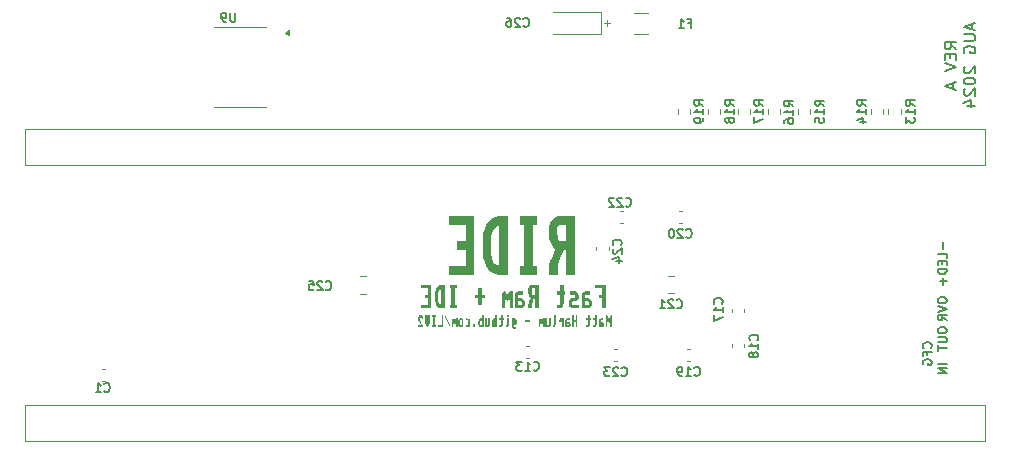
<source format=gbo>
G04 #@! TF.GenerationSoftware,KiCad,Pcbnew,9.0.1+1*
G04 #@! TF.CreationDate,2025-12-04T05:02:15+00:00*
G04 #@! TF.ProjectId,RIDE,52494445-2e6b-4696-9361-645f70636258,rev?*
G04 #@! TF.SameCoordinates,Original*
G04 #@! TF.FileFunction,Legend,Bot*
G04 #@! TF.FilePolarity,Positive*
%FSLAX46Y46*%
G04 Gerber Fmt 4.6, Leading zero omitted, Abs format (unit mm)*
G04 Created by KiCad (PCBNEW 9.0.1+1) date 2025-12-04 05:02:15*
%MOMM*%
%LPD*%
G01*
G04 APERTURE LIST*
%ADD10C,0.149860*%
%ADD11C,0.100000*%
%ADD12C,0.120000*%
%ADD13C,0.000000*%
%ADD14C,1.700000*%
%ADD15O,2.997200X1.676400*%
%ADD16R,1.700000X1.700000*%
%ADD17O,1.700000X1.700000*%
G04 APERTURE END LIST*
D10*
X77890922Y12184743D02*
X77890922Y12039600D01*
X77890922Y12039600D02*
X77927208Y11967029D01*
X77927208Y11967029D02*
X77999779Y11894457D01*
X77999779Y11894457D02*
X78144922Y11858172D01*
X78144922Y11858172D02*
X78398922Y11858172D01*
X78398922Y11858172D02*
X78544065Y11894457D01*
X78544065Y11894457D02*
X78616637Y11967029D01*
X78616637Y11967029D02*
X78652922Y12039600D01*
X78652922Y12039600D02*
X78652922Y12184743D01*
X78652922Y12184743D02*
X78616637Y12257314D01*
X78616637Y12257314D02*
X78544065Y12329886D01*
X78544065Y12329886D02*
X78398922Y12366172D01*
X78398922Y12366172D02*
X78144922Y12366172D01*
X78144922Y12366172D02*
X77999779Y12329886D01*
X77999779Y12329886D02*
X77927208Y12257314D01*
X77927208Y12257314D02*
X77890922Y12184743D01*
X77890922Y11640457D02*
X78652922Y11386457D01*
X78652922Y11386457D02*
X77890922Y11132457D01*
X78652922Y10443028D02*
X78290065Y10697028D01*
X78652922Y10878457D02*
X77890922Y10878457D01*
X77890922Y10878457D02*
X77890922Y10588171D01*
X77890922Y10588171D02*
X77927208Y10515600D01*
X77927208Y10515600D02*
X77963494Y10479314D01*
X77963494Y10479314D02*
X78036065Y10443028D01*
X78036065Y10443028D02*
X78144922Y10443028D01*
X78144922Y10443028D02*
X78217494Y10479314D01*
X78217494Y10479314D02*
X78253779Y10515600D01*
X78253779Y10515600D02*
X78290065Y10588171D01*
X78290065Y10588171D02*
X78290065Y10878457D01*
X79469873Y33381475D02*
X78998159Y33711675D01*
X79469873Y33947532D02*
X78479273Y33947532D01*
X78479273Y33947532D02*
X78479273Y33570161D01*
X78479273Y33570161D02*
X78526444Y33475818D01*
X78526444Y33475818D02*
X78573616Y33428647D01*
X78573616Y33428647D02*
X78667959Y33381475D01*
X78667959Y33381475D02*
X78809473Y33381475D01*
X78809473Y33381475D02*
X78903816Y33428647D01*
X78903816Y33428647D02*
X78950987Y33475818D01*
X78950987Y33475818D02*
X78998159Y33570161D01*
X78998159Y33570161D02*
X78998159Y33947532D01*
X78950987Y32956932D02*
X78950987Y32626732D01*
X79469873Y32485218D02*
X79469873Y32956932D01*
X79469873Y32956932D02*
X78479273Y32956932D01*
X78479273Y32956932D02*
X78479273Y32485218D01*
X78479273Y32202190D02*
X79469873Y31871990D01*
X79469873Y31871990D02*
X78479273Y31541790D01*
X79186844Y30504018D02*
X79186844Y30032303D01*
X79469873Y30598361D02*
X78479273Y30268161D01*
X78479273Y30268161D02*
X79469873Y29937961D01*
X80781655Y35527776D02*
X80781655Y35056061D01*
X81064684Y35622119D02*
X80074084Y35291919D01*
X80074084Y35291919D02*
X81064684Y34961719D01*
X80074084Y34631518D02*
X80875998Y34631518D01*
X80875998Y34631518D02*
X80970341Y34584347D01*
X80970341Y34584347D02*
X81017513Y34537175D01*
X81017513Y34537175D02*
X81064684Y34442833D01*
X81064684Y34442833D02*
X81064684Y34254147D01*
X81064684Y34254147D02*
X81017513Y34159804D01*
X81017513Y34159804D02*
X80970341Y34112633D01*
X80970341Y34112633D02*
X80875998Y34065461D01*
X80875998Y34065461D02*
X80074084Y34065461D01*
X80121255Y33074862D02*
X80074084Y33169204D01*
X80074084Y33169204D02*
X80074084Y33310719D01*
X80074084Y33310719D02*
X80121255Y33452233D01*
X80121255Y33452233D02*
X80215598Y33546576D01*
X80215598Y33546576D02*
X80309941Y33593747D01*
X80309941Y33593747D02*
X80498627Y33640919D01*
X80498627Y33640919D02*
X80640141Y33640919D01*
X80640141Y33640919D02*
X80828827Y33593747D01*
X80828827Y33593747D02*
X80923170Y33546576D01*
X80923170Y33546576D02*
X81017513Y33452233D01*
X81017513Y33452233D02*
X81064684Y33310719D01*
X81064684Y33310719D02*
X81064684Y33216376D01*
X81064684Y33216376D02*
X81017513Y33074862D01*
X81017513Y33074862D02*
X80970341Y33027690D01*
X80970341Y33027690D02*
X80640141Y33027690D01*
X80640141Y33027690D02*
X80640141Y33216376D01*
X80168427Y31895576D02*
X80121255Y31848404D01*
X80121255Y31848404D02*
X80074084Y31754061D01*
X80074084Y31754061D02*
X80074084Y31518204D01*
X80074084Y31518204D02*
X80121255Y31423861D01*
X80121255Y31423861D02*
X80168427Y31376690D01*
X80168427Y31376690D02*
X80262770Y31329519D01*
X80262770Y31329519D02*
X80357113Y31329519D01*
X80357113Y31329519D02*
X80498627Y31376690D01*
X80498627Y31376690D02*
X81064684Y31942747D01*
X81064684Y31942747D02*
X81064684Y31329519D01*
X80074084Y30716290D02*
X80074084Y30621947D01*
X80074084Y30621947D02*
X80121255Y30527604D01*
X80121255Y30527604D02*
X80168427Y30480432D01*
X80168427Y30480432D02*
X80262770Y30433261D01*
X80262770Y30433261D02*
X80451455Y30386090D01*
X80451455Y30386090D02*
X80687313Y30386090D01*
X80687313Y30386090D02*
X80875998Y30433261D01*
X80875998Y30433261D02*
X80970341Y30480432D01*
X80970341Y30480432D02*
X81017513Y30527604D01*
X81017513Y30527604D02*
X81064684Y30621947D01*
X81064684Y30621947D02*
X81064684Y30716290D01*
X81064684Y30716290D02*
X81017513Y30810632D01*
X81017513Y30810632D02*
X80970341Y30857804D01*
X80970341Y30857804D02*
X80875998Y30904975D01*
X80875998Y30904975D02*
X80687313Y30952147D01*
X80687313Y30952147D02*
X80451455Y30952147D01*
X80451455Y30952147D02*
X80262770Y30904975D01*
X80262770Y30904975D02*
X80168427Y30857804D01*
X80168427Y30857804D02*
X80121255Y30810632D01*
X80121255Y30810632D02*
X80074084Y30716290D01*
X80168427Y30008718D02*
X80121255Y29961546D01*
X80121255Y29961546D02*
X80074084Y29867203D01*
X80074084Y29867203D02*
X80074084Y29631346D01*
X80074084Y29631346D02*
X80121255Y29537003D01*
X80121255Y29537003D02*
X80168427Y29489832D01*
X80168427Y29489832D02*
X80262770Y29442661D01*
X80262770Y29442661D02*
X80357113Y29442661D01*
X80357113Y29442661D02*
X80498627Y29489832D01*
X80498627Y29489832D02*
X81064684Y30055889D01*
X81064684Y30055889D02*
X81064684Y29442661D01*
X80404284Y28593574D02*
X81064684Y28593574D01*
X80026913Y28829432D02*
X80734484Y29065289D01*
X80734484Y29065289D02*
X80734484Y28452060D01*
X78362637Y17010744D02*
X78362637Y16430172D01*
X78652922Y15704458D02*
X78652922Y16067315D01*
X78652922Y16067315D02*
X77890922Y16067315D01*
X78253779Y15450458D02*
X78253779Y15196458D01*
X78652922Y15087601D02*
X78652922Y15450458D01*
X78652922Y15450458D02*
X77890922Y15450458D01*
X77890922Y15450458D02*
X77890922Y15087601D01*
X78652922Y14761029D02*
X77890922Y14761029D01*
X77890922Y14761029D02*
X77890922Y14579600D01*
X77890922Y14579600D02*
X77927208Y14470743D01*
X77927208Y14470743D02*
X77999779Y14398172D01*
X77999779Y14398172D02*
X78072351Y14361886D01*
X78072351Y14361886D02*
X78217494Y14325600D01*
X78217494Y14325600D02*
X78326351Y14325600D01*
X78326351Y14325600D02*
X78471494Y14361886D01*
X78471494Y14361886D02*
X78544065Y14398172D01*
X78544065Y14398172D02*
X78616637Y14470743D01*
X78616637Y14470743D02*
X78652922Y14579600D01*
X78652922Y14579600D02*
X78652922Y14761029D01*
X78362637Y13999029D02*
X78362637Y13418457D01*
X78652922Y13708743D02*
X78072351Y13708743D01*
X77890922Y9629003D02*
X77890922Y9483860D01*
X77890922Y9483860D02*
X77927208Y9411289D01*
X77927208Y9411289D02*
X77999779Y9338717D01*
X77999779Y9338717D02*
X78144922Y9302432D01*
X78144922Y9302432D02*
X78398922Y9302432D01*
X78398922Y9302432D02*
X78544065Y9338717D01*
X78544065Y9338717D02*
X78616637Y9411289D01*
X78616637Y9411289D02*
X78652922Y9483860D01*
X78652922Y9483860D02*
X78652922Y9629003D01*
X78652922Y9629003D02*
X78616637Y9701574D01*
X78616637Y9701574D02*
X78544065Y9774146D01*
X78544065Y9774146D02*
X78398922Y9810432D01*
X78398922Y9810432D02*
X78144922Y9810432D01*
X78144922Y9810432D02*
X77999779Y9774146D01*
X77999779Y9774146D02*
X77927208Y9701574D01*
X77927208Y9701574D02*
X77890922Y9629003D01*
X77890922Y8975860D02*
X78507779Y8975860D01*
X78507779Y8975860D02*
X78580351Y8939574D01*
X78580351Y8939574D02*
X78616637Y8903288D01*
X78616637Y8903288D02*
X78652922Y8830717D01*
X78652922Y8830717D02*
X78652922Y8685574D01*
X78652922Y8685574D02*
X78616637Y8613003D01*
X78616637Y8613003D02*
X78580351Y8576717D01*
X78580351Y8576717D02*
X78507779Y8540431D01*
X78507779Y8540431D02*
X77890922Y8540431D01*
X77890922Y8286431D02*
X77890922Y7851002D01*
X78652922Y8068717D02*
X77890922Y8068717D01*
X77310351Y8068717D02*
X77346637Y8105003D01*
X77346637Y8105003D02*
X77382922Y8213860D01*
X77382922Y8213860D02*
X77382922Y8286432D01*
X77382922Y8286432D02*
X77346637Y8395289D01*
X77346637Y8395289D02*
X77274065Y8467860D01*
X77274065Y8467860D02*
X77201494Y8504146D01*
X77201494Y8504146D02*
X77056351Y8540432D01*
X77056351Y8540432D02*
X76947494Y8540432D01*
X76947494Y8540432D02*
X76802351Y8504146D01*
X76802351Y8504146D02*
X76729779Y8467860D01*
X76729779Y8467860D02*
X76657208Y8395289D01*
X76657208Y8395289D02*
X76620922Y8286432D01*
X76620922Y8286432D02*
X76620922Y8213860D01*
X76620922Y8213860D02*
X76657208Y8105003D01*
X76657208Y8105003D02*
X76693494Y8068717D01*
X76983779Y7488146D02*
X76983779Y7742146D01*
X77382922Y7742146D02*
X76620922Y7742146D01*
X76620922Y7742146D02*
X76620922Y7379289D01*
X76657208Y6689860D02*
X76620922Y6762431D01*
X76620922Y6762431D02*
X76620922Y6871289D01*
X76620922Y6871289D02*
X76657208Y6980146D01*
X76657208Y6980146D02*
X76729779Y7052717D01*
X76729779Y7052717D02*
X76802351Y7089003D01*
X76802351Y7089003D02*
X76947494Y7125289D01*
X76947494Y7125289D02*
X77056351Y7125289D01*
X77056351Y7125289D02*
X77201494Y7089003D01*
X77201494Y7089003D02*
X77274065Y7052717D01*
X77274065Y7052717D02*
X77346637Y6980146D01*
X77346637Y6980146D02*
X77382922Y6871289D01*
X77382922Y6871289D02*
X77382922Y6798717D01*
X77382922Y6798717D02*
X77346637Y6689860D01*
X77346637Y6689860D02*
X77310351Y6653574D01*
X77310351Y6653574D02*
X77056351Y6653574D01*
X77056351Y6653574D02*
X77056351Y6798717D01*
X78652922Y6723743D02*
X77890922Y6723743D01*
X78652922Y6360886D02*
X77890922Y6360886D01*
X77890922Y6360886D02*
X78652922Y5925457D01*
X78652922Y5925457D02*
X77890922Y5925457D01*
X65673522Y28531457D02*
X65310665Y28785457D01*
X65673522Y28966886D02*
X64911522Y28966886D01*
X64911522Y28966886D02*
X64911522Y28676600D01*
X64911522Y28676600D02*
X64947808Y28604029D01*
X64947808Y28604029D02*
X64984094Y28567743D01*
X64984094Y28567743D02*
X65056665Y28531457D01*
X65056665Y28531457D02*
X65165522Y28531457D01*
X65165522Y28531457D02*
X65238094Y28567743D01*
X65238094Y28567743D02*
X65274379Y28604029D01*
X65274379Y28604029D02*
X65310665Y28676600D01*
X65310665Y28676600D02*
X65310665Y28966886D01*
X65673522Y27805743D02*
X65673522Y28241172D01*
X65673522Y28023457D02*
X64911522Y28023457D01*
X64911522Y28023457D02*
X65020379Y28096029D01*
X65020379Y28096029D02*
X65092951Y28168600D01*
X65092951Y28168600D02*
X65129237Y28241172D01*
X64911522Y27152600D02*
X64911522Y27297743D01*
X64911522Y27297743D02*
X64947808Y27370315D01*
X64947808Y27370315D02*
X64984094Y27406600D01*
X64984094Y27406600D02*
X65092951Y27479172D01*
X65092951Y27479172D02*
X65238094Y27515458D01*
X65238094Y27515458D02*
X65528379Y27515458D01*
X65528379Y27515458D02*
X65600951Y27479172D01*
X65600951Y27479172D02*
X65637237Y27442886D01*
X65637237Y27442886D02*
X65673522Y27370315D01*
X65673522Y27370315D02*
X65673522Y27225172D01*
X65673522Y27225172D02*
X65637237Y27152600D01*
X65637237Y27152600D02*
X65600951Y27116315D01*
X65600951Y27116315D02*
X65528379Y27080029D01*
X65528379Y27080029D02*
X65346951Y27080029D01*
X65346951Y27080029D02*
X65274379Y27116315D01*
X65274379Y27116315D02*
X65238094Y27152600D01*
X65238094Y27152600D02*
X65201808Y27225172D01*
X65201808Y27225172D02*
X65201808Y27370315D01*
X65201808Y27370315D02*
X65238094Y27442886D01*
X65238094Y27442886D02*
X65274379Y27479172D01*
X65274379Y27479172D02*
X65346951Y27515458D01*
X7315199Y4426849D02*
X7351485Y4390563D01*
X7351485Y4390563D02*
X7460342Y4354278D01*
X7460342Y4354278D02*
X7532914Y4354278D01*
X7532914Y4354278D02*
X7641771Y4390563D01*
X7641771Y4390563D02*
X7714342Y4463135D01*
X7714342Y4463135D02*
X7750628Y4535706D01*
X7750628Y4535706D02*
X7786914Y4680849D01*
X7786914Y4680849D02*
X7786914Y4789706D01*
X7786914Y4789706D02*
X7750628Y4934849D01*
X7750628Y4934849D02*
X7714342Y5007421D01*
X7714342Y5007421D02*
X7641771Y5079992D01*
X7641771Y5079992D02*
X7532914Y5116278D01*
X7532914Y5116278D02*
X7460342Y5116278D01*
X7460342Y5116278D02*
X7351485Y5079992D01*
X7351485Y5079992D02*
X7315199Y5043706D01*
X6589485Y4354278D02*
X7024914Y4354278D01*
X6807199Y4354278D02*
X6807199Y5116278D01*
X6807199Y5116278D02*
X6879771Y5007421D01*
X6879771Y5007421D02*
X6952342Y4934849D01*
X6952342Y4934849D02*
X7024914Y4898563D01*
X43669856Y6230249D02*
X43706142Y6193963D01*
X43706142Y6193963D02*
X43814999Y6157678D01*
X43814999Y6157678D02*
X43887571Y6157678D01*
X43887571Y6157678D02*
X43996428Y6193963D01*
X43996428Y6193963D02*
X44068999Y6266535D01*
X44068999Y6266535D02*
X44105285Y6339106D01*
X44105285Y6339106D02*
X44141571Y6484249D01*
X44141571Y6484249D02*
X44141571Y6593106D01*
X44141571Y6593106D02*
X44105285Y6738249D01*
X44105285Y6738249D02*
X44068999Y6810821D01*
X44068999Y6810821D02*
X43996428Y6883392D01*
X43996428Y6883392D02*
X43887571Y6919678D01*
X43887571Y6919678D02*
X43814999Y6919678D01*
X43814999Y6919678D02*
X43706142Y6883392D01*
X43706142Y6883392D02*
X43669856Y6847106D01*
X42944142Y6157678D02*
X43379571Y6157678D01*
X43161856Y6157678D02*
X43161856Y6919678D01*
X43161856Y6919678D02*
X43234428Y6810821D01*
X43234428Y6810821D02*
X43306999Y6738249D01*
X43306999Y6738249D02*
X43379571Y6701963D01*
X42690142Y6919678D02*
X42218428Y6919678D01*
X42218428Y6919678D02*
X42472428Y6629392D01*
X42472428Y6629392D02*
X42363571Y6629392D01*
X42363571Y6629392D02*
X42291000Y6593106D01*
X42291000Y6593106D02*
X42254714Y6556821D01*
X42254714Y6556821D02*
X42218428Y6484249D01*
X42218428Y6484249D02*
X42218428Y6302821D01*
X42218428Y6302821D02*
X42254714Y6230249D01*
X42254714Y6230249D02*
X42291000Y6193963D01*
X42291000Y6193963D02*
X42363571Y6157678D01*
X42363571Y6157678D02*
X42581285Y6157678D01*
X42581285Y6157678D02*
X42653857Y6193963D01*
X42653857Y6193963D02*
X42690142Y6230249D01*
X51110243Y5759063D02*
X51146529Y5722777D01*
X51146529Y5722777D02*
X51255386Y5686492D01*
X51255386Y5686492D02*
X51327958Y5686492D01*
X51327958Y5686492D02*
X51436815Y5722777D01*
X51436815Y5722777D02*
X51509386Y5795349D01*
X51509386Y5795349D02*
X51545672Y5867920D01*
X51545672Y5867920D02*
X51581958Y6013063D01*
X51581958Y6013063D02*
X51581958Y6121920D01*
X51581958Y6121920D02*
X51545672Y6267063D01*
X51545672Y6267063D02*
X51509386Y6339635D01*
X51509386Y6339635D02*
X51436815Y6412206D01*
X51436815Y6412206D02*
X51327958Y6448492D01*
X51327958Y6448492D02*
X51255386Y6448492D01*
X51255386Y6448492D02*
X51146529Y6412206D01*
X51146529Y6412206D02*
X51110243Y6375920D01*
X50819958Y6375920D02*
X50783672Y6412206D01*
X50783672Y6412206D02*
X50711101Y6448492D01*
X50711101Y6448492D02*
X50529672Y6448492D01*
X50529672Y6448492D02*
X50457101Y6412206D01*
X50457101Y6412206D02*
X50420815Y6375920D01*
X50420815Y6375920D02*
X50384529Y6303349D01*
X50384529Y6303349D02*
X50384529Y6230777D01*
X50384529Y6230777D02*
X50420815Y6121920D01*
X50420815Y6121920D02*
X50856243Y5686492D01*
X50856243Y5686492D02*
X50384529Y5686492D01*
X50130529Y6448492D02*
X49658815Y6448492D01*
X49658815Y6448492D02*
X49912815Y6158206D01*
X49912815Y6158206D02*
X49803958Y6158206D01*
X49803958Y6158206D02*
X49731387Y6121920D01*
X49731387Y6121920D02*
X49695101Y6085635D01*
X49695101Y6085635D02*
X49658815Y6013063D01*
X49658815Y6013063D02*
X49658815Y5831635D01*
X49658815Y5831635D02*
X49695101Y5759063D01*
X49695101Y5759063D02*
X49731387Y5722777D01*
X49731387Y5722777D02*
X49803958Y5686492D01*
X49803958Y5686492D02*
X50021672Y5686492D01*
X50021672Y5686492D02*
X50094244Y5722777D01*
X50094244Y5722777D02*
X50130529Y5759063D01*
X60644322Y28602657D02*
X60281465Y28856657D01*
X60644322Y29038086D02*
X59882322Y29038086D01*
X59882322Y29038086D02*
X59882322Y28747800D01*
X59882322Y28747800D02*
X59918608Y28675229D01*
X59918608Y28675229D02*
X59954894Y28638943D01*
X59954894Y28638943D02*
X60027465Y28602657D01*
X60027465Y28602657D02*
X60136322Y28602657D01*
X60136322Y28602657D02*
X60208894Y28638943D01*
X60208894Y28638943D02*
X60245179Y28675229D01*
X60245179Y28675229D02*
X60281465Y28747800D01*
X60281465Y28747800D02*
X60281465Y29038086D01*
X60644322Y27876943D02*
X60644322Y28312372D01*
X60644322Y28094657D02*
X59882322Y28094657D01*
X59882322Y28094657D02*
X59991179Y28167229D01*
X59991179Y28167229D02*
X60063751Y28239800D01*
X60063751Y28239800D02*
X60100037Y28312372D01*
X60208894Y27441515D02*
X60172608Y27514086D01*
X60172608Y27514086D02*
X60136322Y27550372D01*
X60136322Y27550372D02*
X60063751Y27586658D01*
X60063751Y27586658D02*
X60027465Y27586658D01*
X60027465Y27586658D02*
X59954894Y27550372D01*
X59954894Y27550372D02*
X59918608Y27514086D01*
X59918608Y27514086D02*
X59882322Y27441515D01*
X59882322Y27441515D02*
X59882322Y27296372D01*
X59882322Y27296372D02*
X59918608Y27223800D01*
X59918608Y27223800D02*
X59954894Y27187515D01*
X59954894Y27187515D02*
X60027465Y27151229D01*
X60027465Y27151229D02*
X60063751Y27151229D01*
X60063751Y27151229D02*
X60136322Y27187515D01*
X60136322Y27187515D02*
X60172608Y27223800D01*
X60172608Y27223800D02*
X60208894Y27296372D01*
X60208894Y27296372D02*
X60208894Y27441515D01*
X60208894Y27441515D02*
X60245179Y27514086D01*
X60245179Y27514086D02*
X60281465Y27550372D01*
X60281465Y27550372D02*
X60354037Y27586658D01*
X60354037Y27586658D02*
X60499179Y27586658D01*
X60499179Y27586658D02*
X60571751Y27550372D01*
X60571751Y27550372D02*
X60608037Y27514086D01*
X60608037Y27514086D02*
X60644322Y27441515D01*
X60644322Y27441515D02*
X60644322Y27296372D01*
X60644322Y27296372D02*
X60608037Y27223800D01*
X60608037Y27223800D02*
X60571751Y27187515D01*
X60571751Y27187515D02*
X60499179Y27151229D01*
X60499179Y27151229D02*
X60354037Y27151229D01*
X60354037Y27151229D02*
X60281465Y27187515D01*
X60281465Y27187515D02*
X60245179Y27223800D01*
X60245179Y27223800D02*
X60208894Y27296372D01*
X42814556Y35338649D02*
X42850842Y35302363D01*
X42850842Y35302363D02*
X42959699Y35266078D01*
X42959699Y35266078D02*
X43032271Y35266078D01*
X43032271Y35266078D02*
X43141128Y35302363D01*
X43141128Y35302363D02*
X43213699Y35374935D01*
X43213699Y35374935D02*
X43249985Y35447506D01*
X43249985Y35447506D02*
X43286271Y35592649D01*
X43286271Y35592649D02*
X43286271Y35701506D01*
X43286271Y35701506D02*
X43249985Y35846649D01*
X43249985Y35846649D02*
X43213699Y35919221D01*
X43213699Y35919221D02*
X43141128Y35991792D01*
X43141128Y35991792D02*
X43032271Y36028078D01*
X43032271Y36028078D02*
X42959699Y36028078D01*
X42959699Y36028078D02*
X42850842Y35991792D01*
X42850842Y35991792D02*
X42814556Y35955506D01*
X42524271Y35955506D02*
X42487985Y35991792D01*
X42487985Y35991792D02*
X42415414Y36028078D01*
X42415414Y36028078D02*
X42233985Y36028078D01*
X42233985Y36028078D02*
X42161414Y35991792D01*
X42161414Y35991792D02*
X42125128Y35955506D01*
X42125128Y35955506D02*
X42088842Y35882935D01*
X42088842Y35882935D02*
X42088842Y35810363D01*
X42088842Y35810363D02*
X42125128Y35701506D01*
X42125128Y35701506D02*
X42560556Y35266078D01*
X42560556Y35266078D02*
X42088842Y35266078D01*
X41435700Y36028078D02*
X41580842Y36028078D01*
X41580842Y36028078D02*
X41653414Y35991792D01*
X41653414Y35991792D02*
X41689700Y35955506D01*
X41689700Y35955506D02*
X41762271Y35846649D01*
X41762271Y35846649D02*
X41798557Y35701506D01*
X41798557Y35701506D02*
X41798557Y35411221D01*
X41798557Y35411221D02*
X41762271Y35338649D01*
X41762271Y35338649D02*
X41725985Y35302363D01*
X41725985Y35302363D02*
X41653414Y35266078D01*
X41653414Y35266078D02*
X41508271Y35266078D01*
X41508271Y35266078D02*
X41435700Y35302363D01*
X41435700Y35302363D02*
X41399414Y35338649D01*
X41399414Y35338649D02*
X41363128Y35411221D01*
X41363128Y35411221D02*
X41363128Y35592649D01*
X41363128Y35592649D02*
X41399414Y35665221D01*
X41399414Y35665221D02*
X41435700Y35701506D01*
X41435700Y35701506D02*
X41508271Y35737792D01*
X41508271Y35737792D02*
X41653414Y35737792D01*
X41653414Y35737792D02*
X41725985Y35701506D01*
X41725985Y35701506D02*
X41762271Y35665221D01*
X41762271Y35665221D02*
X41798557Y35592649D01*
X26064461Y13062849D02*
X26100747Y13026563D01*
X26100747Y13026563D02*
X26209604Y12990278D01*
X26209604Y12990278D02*
X26282176Y12990278D01*
X26282176Y12990278D02*
X26391033Y13026563D01*
X26391033Y13026563D02*
X26463604Y13099135D01*
X26463604Y13099135D02*
X26499890Y13171706D01*
X26499890Y13171706D02*
X26536176Y13316849D01*
X26536176Y13316849D02*
X26536176Y13425706D01*
X26536176Y13425706D02*
X26499890Y13570849D01*
X26499890Y13570849D02*
X26463604Y13643421D01*
X26463604Y13643421D02*
X26391033Y13715992D01*
X26391033Y13715992D02*
X26282176Y13752278D01*
X26282176Y13752278D02*
X26209604Y13752278D01*
X26209604Y13752278D02*
X26100747Y13715992D01*
X26100747Y13715992D02*
X26064461Y13679706D01*
X25774176Y13679706D02*
X25737890Y13715992D01*
X25737890Y13715992D02*
X25665319Y13752278D01*
X25665319Y13752278D02*
X25483890Y13752278D01*
X25483890Y13752278D02*
X25411319Y13715992D01*
X25411319Y13715992D02*
X25375033Y13679706D01*
X25375033Y13679706D02*
X25338747Y13607135D01*
X25338747Y13607135D02*
X25338747Y13534563D01*
X25338747Y13534563D02*
X25375033Y13425706D01*
X25375033Y13425706D02*
X25810461Y12990278D01*
X25810461Y12990278D02*
X25338747Y12990278D01*
X24649319Y13752278D02*
X25012176Y13752278D01*
X25012176Y13752278D02*
X25048462Y13389421D01*
X25048462Y13389421D02*
X25012176Y13425706D01*
X25012176Y13425706D02*
X24939605Y13461992D01*
X24939605Y13461992D02*
X24758176Y13461992D01*
X24758176Y13461992D02*
X24685605Y13425706D01*
X24685605Y13425706D02*
X24649319Y13389421D01*
X24649319Y13389421D02*
X24613033Y13316849D01*
X24613033Y13316849D02*
X24613033Y13135421D01*
X24613033Y13135421D02*
X24649319Y13062849D01*
X24649319Y13062849D02*
X24685605Y13026563D01*
X24685605Y13026563D02*
X24758176Y12990278D01*
X24758176Y12990278D02*
X24939605Y12990278D01*
X24939605Y12990278D02*
X25012176Y13026563D01*
X25012176Y13026563D02*
X25048462Y13062849D01*
X56576856Y17477252D02*
X56613142Y17440966D01*
X56613142Y17440966D02*
X56721999Y17404681D01*
X56721999Y17404681D02*
X56794571Y17404681D01*
X56794571Y17404681D02*
X56903428Y17440966D01*
X56903428Y17440966D02*
X56975999Y17513538D01*
X56975999Y17513538D02*
X57012285Y17586109D01*
X57012285Y17586109D02*
X57048571Y17731252D01*
X57048571Y17731252D02*
X57048571Y17840109D01*
X57048571Y17840109D02*
X57012285Y17985252D01*
X57012285Y17985252D02*
X56975999Y18057824D01*
X56975999Y18057824D02*
X56903428Y18130395D01*
X56903428Y18130395D02*
X56794571Y18166681D01*
X56794571Y18166681D02*
X56721999Y18166681D01*
X56721999Y18166681D02*
X56613142Y18130395D01*
X56613142Y18130395D02*
X56576856Y18094109D01*
X56286571Y18094109D02*
X56250285Y18130395D01*
X56250285Y18130395D02*
X56177714Y18166681D01*
X56177714Y18166681D02*
X55996285Y18166681D01*
X55996285Y18166681D02*
X55923714Y18130395D01*
X55923714Y18130395D02*
X55887428Y18094109D01*
X55887428Y18094109D02*
X55851142Y18021538D01*
X55851142Y18021538D02*
X55851142Y17948966D01*
X55851142Y17948966D02*
X55887428Y17840109D01*
X55887428Y17840109D02*
X56322856Y17404681D01*
X56322856Y17404681D02*
X55851142Y17404681D01*
X55379428Y18166681D02*
X55306857Y18166681D01*
X55306857Y18166681D02*
X55234285Y18130395D01*
X55234285Y18130395D02*
X55198000Y18094109D01*
X55198000Y18094109D02*
X55161714Y18021538D01*
X55161714Y18021538D02*
X55125428Y17876395D01*
X55125428Y17876395D02*
X55125428Y17694966D01*
X55125428Y17694966D02*
X55161714Y17549824D01*
X55161714Y17549824D02*
X55198000Y17477252D01*
X55198000Y17477252D02*
X55234285Y17440966D01*
X55234285Y17440966D02*
X55306857Y17404681D01*
X55306857Y17404681D02*
X55379428Y17404681D01*
X55379428Y17404681D02*
X55452000Y17440966D01*
X55452000Y17440966D02*
X55488285Y17477252D01*
X55488285Y17477252D02*
X55524571Y17549824D01*
X55524571Y17549824D02*
X55560857Y17694966D01*
X55560857Y17694966D02*
X55560857Y17876395D01*
X55560857Y17876395D02*
X55524571Y18021538D01*
X55524571Y18021538D02*
X55488285Y18094109D01*
X55488285Y18094109D02*
X55452000Y18130395D01*
X55452000Y18130395D02*
X55379428Y18166681D01*
X58053522Y28602657D02*
X57690665Y28856657D01*
X58053522Y29038086D02*
X57291522Y29038086D01*
X57291522Y29038086D02*
X57291522Y28747800D01*
X57291522Y28747800D02*
X57327808Y28675229D01*
X57327808Y28675229D02*
X57364094Y28638943D01*
X57364094Y28638943D02*
X57436665Y28602657D01*
X57436665Y28602657D02*
X57545522Y28602657D01*
X57545522Y28602657D02*
X57618094Y28638943D01*
X57618094Y28638943D02*
X57654379Y28675229D01*
X57654379Y28675229D02*
X57690665Y28747800D01*
X57690665Y28747800D02*
X57690665Y29038086D01*
X58053522Y27876943D02*
X58053522Y28312372D01*
X58053522Y28094657D02*
X57291522Y28094657D01*
X57291522Y28094657D02*
X57400379Y28167229D01*
X57400379Y28167229D02*
X57472951Y28239800D01*
X57472951Y28239800D02*
X57509237Y28312372D01*
X58053522Y27514086D02*
X58053522Y27368943D01*
X58053522Y27368943D02*
X58017237Y27296372D01*
X58017237Y27296372D02*
X57980951Y27260086D01*
X57980951Y27260086D02*
X57872094Y27187515D01*
X57872094Y27187515D02*
X57726951Y27151229D01*
X57726951Y27151229D02*
X57436665Y27151229D01*
X57436665Y27151229D02*
X57364094Y27187515D01*
X57364094Y27187515D02*
X57327808Y27223800D01*
X57327808Y27223800D02*
X57291522Y27296372D01*
X57291522Y27296372D02*
X57291522Y27441515D01*
X57291522Y27441515D02*
X57327808Y27514086D01*
X57327808Y27514086D02*
X57364094Y27550372D01*
X57364094Y27550372D02*
X57436665Y27586658D01*
X57436665Y27586658D02*
X57618094Y27586658D01*
X57618094Y27586658D02*
X57690665Y27550372D01*
X57690665Y27550372D02*
X57726951Y27514086D01*
X57726951Y27514086D02*
X57763237Y27441515D01*
X57763237Y27441515D02*
X57763237Y27296372D01*
X57763237Y27296372D02*
X57726951Y27223800D01*
X57726951Y27223800D02*
X57690665Y27187515D01*
X57690665Y27187515D02*
X57618094Y27151229D01*
X59599480Y11836072D02*
X59635766Y11872358D01*
X59635766Y11872358D02*
X59672051Y11981215D01*
X59672051Y11981215D02*
X59672051Y12053787D01*
X59672051Y12053787D02*
X59635766Y12162644D01*
X59635766Y12162644D02*
X59563194Y12235215D01*
X59563194Y12235215D02*
X59490623Y12271501D01*
X59490623Y12271501D02*
X59345480Y12307787D01*
X59345480Y12307787D02*
X59236623Y12307787D01*
X59236623Y12307787D02*
X59091480Y12271501D01*
X59091480Y12271501D02*
X59018908Y12235215D01*
X59018908Y12235215D02*
X58946337Y12162644D01*
X58946337Y12162644D02*
X58910051Y12053787D01*
X58910051Y12053787D02*
X58910051Y11981215D01*
X58910051Y11981215D02*
X58946337Y11872358D01*
X58946337Y11872358D02*
X58982623Y11836072D01*
X59672051Y11110358D02*
X59672051Y11545787D01*
X59672051Y11328072D02*
X58910051Y11328072D01*
X58910051Y11328072D02*
X59018908Y11400644D01*
X59018908Y11400644D02*
X59091480Y11473215D01*
X59091480Y11473215D02*
X59127766Y11545787D01*
X58910051Y10856358D02*
X58910051Y10348358D01*
X58910051Y10348358D02*
X59672051Y10674930D01*
X75935122Y28602657D02*
X75572265Y28856657D01*
X75935122Y29038086D02*
X75173122Y29038086D01*
X75173122Y29038086D02*
X75173122Y28747800D01*
X75173122Y28747800D02*
X75209408Y28675229D01*
X75209408Y28675229D02*
X75245694Y28638943D01*
X75245694Y28638943D02*
X75318265Y28602657D01*
X75318265Y28602657D02*
X75427122Y28602657D01*
X75427122Y28602657D02*
X75499694Y28638943D01*
X75499694Y28638943D02*
X75535979Y28675229D01*
X75535979Y28675229D02*
X75572265Y28747800D01*
X75572265Y28747800D02*
X75572265Y29038086D01*
X75935122Y27876943D02*
X75935122Y28312372D01*
X75935122Y28094657D02*
X75173122Y28094657D01*
X75173122Y28094657D02*
X75281979Y28167229D01*
X75281979Y28167229D02*
X75354551Y28239800D01*
X75354551Y28239800D02*
X75390837Y28312372D01*
X75173122Y27622943D02*
X75173122Y27151229D01*
X75173122Y27151229D02*
X75463408Y27405229D01*
X75463408Y27405229D02*
X75463408Y27296372D01*
X75463408Y27296372D02*
X75499694Y27223800D01*
X75499694Y27223800D02*
X75535979Y27187515D01*
X75535979Y27187515D02*
X75608551Y27151229D01*
X75608551Y27151229D02*
X75789979Y27151229D01*
X75789979Y27151229D02*
X75862551Y27187515D01*
X75862551Y27187515D02*
X75898837Y27223800D01*
X75898837Y27223800D02*
X75935122Y27296372D01*
X75935122Y27296372D02*
X75935122Y27514086D01*
X75935122Y27514086D02*
X75898837Y27586658D01*
X75898837Y27586658D02*
X75862551Y27622943D01*
X63133522Y28602658D02*
X62770665Y28856658D01*
X63133522Y29038087D02*
X62371522Y29038087D01*
X62371522Y29038087D02*
X62371522Y28747801D01*
X62371522Y28747801D02*
X62407808Y28675230D01*
X62407808Y28675230D02*
X62444094Y28638944D01*
X62444094Y28638944D02*
X62516665Y28602658D01*
X62516665Y28602658D02*
X62625522Y28602658D01*
X62625522Y28602658D02*
X62698094Y28638944D01*
X62698094Y28638944D02*
X62734379Y28675230D01*
X62734379Y28675230D02*
X62770665Y28747801D01*
X62770665Y28747801D02*
X62770665Y29038087D01*
X63133522Y27876944D02*
X63133522Y28312373D01*
X63133522Y28094658D02*
X62371522Y28094658D01*
X62371522Y28094658D02*
X62480379Y28167230D01*
X62480379Y28167230D02*
X62552951Y28239801D01*
X62552951Y28239801D02*
X62589237Y28312373D01*
X62371522Y27622944D02*
X62371522Y27114944D01*
X62371522Y27114944D02*
X63133522Y27441516D01*
X56768999Y35563621D02*
X57022999Y35563621D01*
X57022999Y35164478D02*
X57022999Y35926478D01*
X57022999Y35926478D02*
X56660142Y35926478D01*
X55970713Y35164478D02*
X56406142Y35164478D01*
X56188427Y35164478D02*
X56188427Y35926478D01*
X56188427Y35926478D02*
X56260999Y35817621D01*
X56260999Y35817621D02*
X56333570Y35745049D01*
X56333570Y35745049D02*
X56406142Y35708763D01*
X68264322Y28582257D02*
X67901465Y28836257D01*
X68264322Y29017686D02*
X67502322Y29017686D01*
X67502322Y29017686D02*
X67502322Y28727400D01*
X67502322Y28727400D02*
X67538608Y28654829D01*
X67538608Y28654829D02*
X67574894Y28618543D01*
X67574894Y28618543D02*
X67647465Y28582257D01*
X67647465Y28582257D02*
X67756322Y28582257D01*
X67756322Y28582257D02*
X67828894Y28618543D01*
X67828894Y28618543D02*
X67865179Y28654829D01*
X67865179Y28654829D02*
X67901465Y28727400D01*
X67901465Y28727400D02*
X67901465Y29017686D01*
X68264322Y27856543D02*
X68264322Y28291972D01*
X68264322Y28074257D02*
X67502322Y28074257D01*
X67502322Y28074257D02*
X67611179Y28146829D01*
X67611179Y28146829D02*
X67683751Y28219400D01*
X67683751Y28219400D02*
X67720037Y28291972D01*
X67502322Y27167115D02*
X67502322Y27529972D01*
X67502322Y27529972D02*
X67865179Y27566258D01*
X67865179Y27566258D02*
X67828894Y27529972D01*
X67828894Y27529972D02*
X67792608Y27457400D01*
X67792608Y27457400D02*
X67792608Y27275972D01*
X67792608Y27275972D02*
X67828894Y27203400D01*
X67828894Y27203400D02*
X67865179Y27167115D01*
X67865179Y27167115D02*
X67937751Y27130829D01*
X67937751Y27130829D02*
X68119179Y27130829D01*
X68119179Y27130829D02*
X68191751Y27167115D01*
X68191751Y27167115D02*
X68228037Y27203400D01*
X68228037Y27203400D02*
X68264322Y27275972D01*
X68264322Y27275972D02*
X68264322Y27457400D01*
X68264322Y27457400D02*
X68228037Y27529972D01*
X68228037Y27529972D02*
X68191751Y27566258D01*
X51475266Y20126446D02*
X51511552Y20090160D01*
X51511552Y20090160D02*
X51620409Y20053875D01*
X51620409Y20053875D02*
X51692981Y20053875D01*
X51692981Y20053875D02*
X51801838Y20090160D01*
X51801838Y20090160D02*
X51874409Y20162732D01*
X51874409Y20162732D02*
X51910695Y20235303D01*
X51910695Y20235303D02*
X51946981Y20380446D01*
X51946981Y20380446D02*
X51946981Y20489303D01*
X51946981Y20489303D02*
X51910695Y20634446D01*
X51910695Y20634446D02*
X51874409Y20707018D01*
X51874409Y20707018D02*
X51801838Y20779589D01*
X51801838Y20779589D02*
X51692981Y20815875D01*
X51692981Y20815875D02*
X51620409Y20815875D01*
X51620409Y20815875D02*
X51511552Y20779589D01*
X51511552Y20779589D02*
X51475266Y20743303D01*
X51184981Y20743303D02*
X51148695Y20779589D01*
X51148695Y20779589D02*
X51076124Y20815875D01*
X51076124Y20815875D02*
X50894695Y20815875D01*
X50894695Y20815875D02*
X50822124Y20779589D01*
X50822124Y20779589D02*
X50785838Y20743303D01*
X50785838Y20743303D02*
X50749552Y20670732D01*
X50749552Y20670732D02*
X50749552Y20598160D01*
X50749552Y20598160D02*
X50785838Y20489303D01*
X50785838Y20489303D02*
X51221266Y20053875D01*
X51221266Y20053875D02*
X50749552Y20053875D01*
X50459267Y20743303D02*
X50422981Y20779589D01*
X50422981Y20779589D02*
X50350410Y20815875D01*
X50350410Y20815875D02*
X50168981Y20815875D01*
X50168981Y20815875D02*
X50096410Y20779589D01*
X50096410Y20779589D02*
X50060124Y20743303D01*
X50060124Y20743303D02*
X50023838Y20670732D01*
X50023838Y20670732D02*
X50023838Y20598160D01*
X50023838Y20598160D02*
X50060124Y20489303D01*
X50060124Y20489303D02*
X50495552Y20053875D01*
X50495552Y20053875D02*
X50023838Y20053875D01*
X62624651Y8739560D02*
X62660937Y8775846D01*
X62660937Y8775846D02*
X62697222Y8884703D01*
X62697222Y8884703D02*
X62697222Y8957275D01*
X62697222Y8957275D02*
X62660937Y9066132D01*
X62660937Y9066132D02*
X62588365Y9138703D01*
X62588365Y9138703D02*
X62515794Y9174989D01*
X62515794Y9174989D02*
X62370651Y9211275D01*
X62370651Y9211275D02*
X62261794Y9211275D01*
X62261794Y9211275D02*
X62116651Y9174989D01*
X62116651Y9174989D02*
X62044079Y9138703D01*
X62044079Y9138703D02*
X61971508Y9066132D01*
X61971508Y9066132D02*
X61935222Y8957275D01*
X61935222Y8957275D02*
X61935222Y8884703D01*
X61935222Y8884703D02*
X61971508Y8775846D01*
X61971508Y8775846D02*
X62007794Y8739560D01*
X62697222Y8013846D02*
X62697222Y8449275D01*
X62697222Y8231560D02*
X61935222Y8231560D01*
X61935222Y8231560D02*
X62044079Y8304132D01*
X62044079Y8304132D02*
X62116651Y8376703D01*
X62116651Y8376703D02*
X62152937Y8449275D01*
X62261794Y7578418D02*
X62225508Y7650989D01*
X62225508Y7650989D02*
X62189222Y7687275D01*
X62189222Y7687275D02*
X62116651Y7723561D01*
X62116651Y7723561D02*
X62080365Y7723561D01*
X62080365Y7723561D02*
X62007794Y7687275D01*
X62007794Y7687275D02*
X61971508Y7650989D01*
X61971508Y7650989D02*
X61935222Y7578418D01*
X61935222Y7578418D02*
X61935222Y7433275D01*
X61935222Y7433275D02*
X61971508Y7360703D01*
X61971508Y7360703D02*
X62007794Y7324418D01*
X62007794Y7324418D02*
X62080365Y7288132D01*
X62080365Y7288132D02*
X62116651Y7288132D01*
X62116651Y7288132D02*
X62189222Y7324418D01*
X62189222Y7324418D02*
X62225508Y7360703D01*
X62225508Y7360703D02*
X62261794Y7433275D01*
X62261794Y7433275D02*
X62261794Y7578418D01*
X62261794Y7578418D02*
X62298079Y7650989D01*
X62298079Y7650989D02*
X62334365Y7687275D01*
X62334365Y7687275D02*
X62406937Y7723561D01*
X62406937Y7723561D02*
X62552079Y7723561D01*
X62552079Y7723561D02*
X62624651Y7687275D01*
X62624651Y7687275D02*
X62660937Y7650989D01*
X62660937Y7650989D02*
X62697222Y7578418D01*
X62697222Y7578418D02*
X62697222Y7433275D01*
X62697222Y7433275D02*
X62660937Y7360703D01*
X62660937Y7360703D02*
X62624651Y7324418D01*
X62624651Y7324418D02*
X62552079Y7288132D01*
X62552079Y7288132D02*
X62406937Y7288132D01*
X62406937Y7288132D02*
X62334365Y7324418D01*
X62334365Y7324418D02*
X62298079Y7360703D01*
X62298079Y7360703D02*
X62261794Y7433275D01*
X55789456Y11495145D02*
X55825742Y11458859D01*
X55825742Y11458859D02*
X55934599Y11422574D01*
X55934599Y11422574D02*
X56007171Y11422574D01*
X56007171Y11422574D02*
X56116028Y11458859D01*
X56116028Y11458859D02*
X56188599Y11531431D01*
X56188599Y11531431D02*
X56224885Y11604002D01*
X56224885Y11604002D02*
X56261171Y11749145D01*
X56261171Y11749145D02*
X56261171Y11858002D01*
X56261171Y11858002D02*
X56224885Y12003145D01*
X56224885Y12003145D02*
X56188599Y12075717D01*
X56188599Y12075717D02*
X56116028Y12148288D01*
X56116028Y12148288D02*
X56007171Y12184574D01*
X56007171Y12184574D02*
X55934599Y12184574D01*
X55934599Y12184574D02*
X55825742Y12148288D01*
X55825742Y12148288D02*
X55789456Y12112002D01*
X55499171Y12112002D02*
X55462885Y12148288D01*
X55462885Y12148288D02*
X55390314Y12184574D01*
X55390314Y12184574D02*
X55208885Y12184574D01*
X55208885Y12184574D02*
X55136314Y12148288D01*
X55136314Y12148288D02*
X55100028Y12112002D01*
X55100028Y12112002D02*
X55063742Y12039431D01*
X55063742Y12039431D02*
X55063742Y11966859D01*
X55063742Y11966859D02*
X55100028Y11858002D01*
X55100028Y11858002D02*
X55535456Y11422574D01*
X55535456Y11422574D02*
X55063742Y11422574D01*
X54338028Y11422574D02*
X54773457Y11422574D01*
X54555742Y11422574D02*
X54555742Y12184574D01*
X54555742Y12184574D02*
X54628314Y12075717D01*
X54628314Y12075717D02*
X54700885Y12003145D01*
X54700885Y12003145D02*
X54773457Y11966859D01*
X51044938Y16787563D02*
X51081224Y16823849D01*
X51081224Y16823849D02*
X51117509Y16932706D01*
X51117509Y16932706D02*
X51117509Y17005278D01*
X51117509Y17005278D02*
X51081224Y17114135D01*
X51081224Y17114135D02*
X51008652Y17186706D01*
X51008652Y17186706D02*
X50936081Y17222992D01*
X50936081Y17222992D02*
X50790938Y17259278D01*
X50790938Y17259278D02*
X50682081Y17259278D01*
X50682081Y17259278D02*
X50536938Y17222992D01*
X50536938Y17222992D02*
X50464366Y17186706D01*
X50464366Y17186706D02*
X50391795Y17114135D01*
X50391795Y17114135D02*
X50355509Y17005278D01*
X50355509Y17005278D02*
X50355509Y16932706D01*
X50355509Y16932706D02*
X50391795Y16823849D01*
X50391795Y16823849D02*
X50428081Y16787563D01*
X50428081Y16497278D02*
X50391795Y16460992D01*
X50391795Y16460992D02*
X50355509Y16388420D01*
X50355509Y16388420D02*
X50355509Y16206992D01*
X50355509Y16206992D02*
X50391795Y16134420D01*
X50391795Y16134420D02*
X50428081Y16098135D01*
X50428081Y16098135D02*
X50500652Y16061849D01*
X50500652Y16061849D02*
X50573224Y16061849D01*
X50573224Y16061849D02*
X50682081Y16098135D01*
X50682081Y16098135D02*
X51117509Y16533563D01*
X51117509Y16533563D02*
X51117509Y16061849D01*
X50609509Y15408706D02*
X51117509Y15408706D01*
X50319224Y15590135D02*
X50863509Y15771564D01*
X50863509Y15771564D02*
X50863509Y15299849D01*
X18421372Y36468873D02*
X18421372Y35852016D01*
X18421372Y35852016D02*
X18385086Y35779444D01*
X18385086Y35779444D02*
X18348801Y35743158D01*
X18348801Y35743158D02*
X18276229Y35706873D01*
X18276229Y35706873D02*
X18131086Y35706873D01*
X18131086Y35706873D02*
X18058515Y35743158D01*
X18058515Y35743158D02*
X18022229Y35779444D01*
X18022229Y35779444D02*
X17985943Y35852016D01*
X17985943Y35852016D02*
X17985943Y36468873D01*
X17586800Y35706873D02*
X17441657Y35706873D01*
X17441657Y35706873D02*
X17369086Y35743158D01*
X17369086Y35743158D02*
X17332800Y35779444D01*
X17332800Y35779444D02*
X17260229Y35888301D01*
X17260229Y35888301D02*
X17223943Y36033444D01*
X17223943Y36033444D02*
X17223943Y36323730D01*
X17223943Y36323730D02*
X17260229Y36396301D01*
X17260229Y36396301D02*
X17296515Y36432587D01*
X17296515Y36432587D02*
X17369086Y36468873D01*
X17369086Y36468873D02*
X17514229Y36468873D01*
X17514229Y36468873D02*
X17586800Y36432587D01*
X17586800Y36432587D02*
X17623086Y36396301D01*
X17623086Y36396301D02*
X17659372Y36323730D01*
X17659372Y36323730D02*
X17659372Y36142301D01*
X17659372Y36142301D02*
X17623086Y36069730D01*
X17623086Y36069730D02*
X17586800Y36033444D01*
X17586800Y36033444D02*
X17514229Y35997158D01*
X17514229Y35997158D02*
X17369086Y35997158D01*
X17369086Y35997158D02*
X17296515Y36033444D01*
X17296515Y36033444D02*
X17260229Y36069730D01*
X17260229Y36069730D02*
X17223943Y36142301D01*
X57282443Y5784463D02*
X57318729Y5748177D01*
X57318729Y5748177D02*
X57427586Y5711892D01*
X57427586Y5711892D02*
X57500158Y5711892D01*
X57500158Y5711892D02*
X57609015Y5748177D01*
X57609015Y5748177D02*
X57681586Y5820749D01*
X57681586Y5820749D02*
X57717872Y5893320D01*
X57717872Y5893320D02*
X57754158Y6038463D01*
X57754158Y6038463D02*
X57754158Y6147320D01*
X57754158Y6147320D02*
X57717872Y6292463D01*
X57717872Y6292463D02*
X57681586Y6365035D01*
X57681586Y6365035D02*
X57609015Y6437606D01*
X57609015Y6437606D02*
X57500158Y6473892D01*
X57500158Y6473892D02*
X57427586Y6473892D01*
X57427586Y6473892D02*
X57318729Y6437606D01*
X57318729Y6437606D02*
X57282443Y6401320D01*
X56556729Y5711892D02*
X56992158Y5711892D01*
X56774443Y5711892D02*
X56774443Y6473892D01*
X56774443Y6473892D02*
X56847015Y6365035D01*
X56847015Y6365035D02*
X56919586Y6292463D01*
X56919586Y6292463D02*
X56992158Y6256177D01*
X56193872Y5711892D02*
X56048729Y5711892D01*
X56048729Y5711892D02*
X55976158Y5748177D01*
X55976158Y5748177D02*
X55939872Y5784463D01*
X55939872Y5784463D02*
X55867301Y5893320D01*
X55867301Y5893320D02*
X55831015Y6038463D01*
X55831015Y6038463D02*
X55831015Y6328749D01*
X55831015Y6328749D02*
X55867301Y6401320D01*
X55867301Y6401320D02*
X55903587Y6437606D01*
X55903587Y6437606D02*
X55976158Y6473892D01*
X55976158Y6473892D02*
X56121301Y6473892D01*
X56121301Y6473892D02*
X56193872Y6437606D01*
X56193872Y6437606D02*
X56230158Y6401320D01*
X56230158Y6401320D02*
X56266444Y6328749D01*
X56266444Y6328749D02*
X56266444Y6147320D01*
X56266444Y6147320D02*
X56230158Y6074749D01*
X56230158Y6074749D02*
X56193872Y6038463D01*
X56193872Y6038463D02*
X56121301Y6002177D01*
X56121301Y6002177D02*
X55976158Y6002177D01*
X55976158Y6002177D02*
X55903587Y6038463D01*
X55903587Y6038463D02*
X55867301Y6074749D01*
X55867301Y6074749D02*
X55831015Y6147320D01*
X71820322Y28602657D02*
X71457465Y28856657D01*
X71820322Y29038086D02*
X71058322Y29038086D01*
X71058322Y29038086D02*
X71058322Y28747800D01*
X71058322Y28747800D02*
X71094608Y28675229D01*
X71094608Y28675229D02*
X71130894Y28638943D01*
X71130894Y28638943D02*
X71203465Y28602657D01*
X71203465Y28602657D02*
X71312322Y28602657D01*
X71312322Y28602657D02*
X71384894Y28638943D01*
X71384894Y28638943D02*
X71421179Y28675229D01*
X71421179Y28675229D02*
X71457465Y28747800D01*
X71457465Y28747800D02*
X71457465Y29038086D01*
X71820322Y27876943D02*
X71820322Y28312372D01*
X71820322Y28094657D02*
X71058322Y28094657D01*
X71058322Y28094657D02*
X71167179Y28167229D01*
X71167179Y28167229D02*
X71239751Y28239800D01*
X71239751Y28239800D02*
X71276037Y28312372D01*
X71312322Y27223800D02*
X71820322Y27223800D01*
X71022037Y27405229D02*
X71566322Y27586658D01*
X71566322Y27586658D02*
X71566322Y27114943D01*
D11*
X577510Y26645703D02*
X81857510Y26645703D01*
X577510Y26137703D02*
X577510Y26645703D01*
X577510Y23597703D02*
X577510Y26137703D01*
X577510Y3277703D02*
X81857510Y3277703D01*
X577510Y737703D02*
X577510Y3277703D01*
X577510Y737703D02*
X577510Y229703D01*
X81857510Y26137703D02*
X81857510Y26645703D01*
X81857510Y26137703D02*
X81857510Y23597703D01*
X81857510Y23597703D02*
X577510Y23597703D01*
X81857510Y3277703D02*
X81857510Y737703D01*
X81857510Y229703D02*
X577510Y229703D01*
X81857510Y229703D02*
X81857510Y737703D01*
D12*
X63523905Y28350058D02*
X63523905Y27875542D01*
X64568905Y28350058D02*
X64568905Y27875542D01*
X7379580Y6326600D02*
X7098420Y6326600D01*
X7379580Y5306600D02*
X7098420Y5306600D01*
X43039420Y8282400D02*
X43320580Y8282400D01*
X43039420Y7262400D02*
X43320580Y7262400D01*
X50479818Y7971203D02*
X50760978Y7971203D01*
X50479818Y6951203D02*
X50760978Y6951203D01*
X58443905Y27875542D02*
X58443905Y28350058D01*
X59488905Y27875542D02*
X59488905Y28350058D01*
X45271300Y34675800D02*
X49356300Y34675800D01*
X49356300Y36545800D02*
X45271300Y36545800D01*
X49356300Y34675800D02*
X49356300Y36545800D01*
D11*
X49665300Y35610800D02*
X50173300Y35610800D01*
X49919300Y35356800D02*
X49919300Y35864800D01*
D12*
X28946752Y14131503D02*
X29469256Y14131503D01*
X28946752Y12661503D02*
X29469256Y12661503D01*
X55946418Y19689403D02*
X56227578Y19689403D01*
X55946418Y18669403D02*
X56227578Y18669403D01*
X55903905Y27875542D02*
X55903905Y28350058D01*
X56948905Y27875542D02*
X56948905Y28350058D01*
D13*
G36*
X49762266Y11448220D02*
G01*
X49467039Y11446000D01*
X49467039Y12298386D01*
X49182910Y12298386D01*
X49182910Y12593614D01*
X49467039Y12593614D01*
X49467039Y13150772D01*
X48898781Y13150772D01*
X48898781Y13446000D01*
X49762266Y13446000D01*
X49762266Y11448220D01*
G37*
G36*
X35016429Y11448220D02*
G01*
X34152944Y11448220D01*
X34152944Y11741228D01*
X34721201Y11741228D01*
X34721201Y12298386D01*
X34437072Y12298386D01*
X34437072Y12593614D01*
X34721201Y12593614D01*
X34721201Y13150772D01*
X34152944Y13150772D01*
X34152944Y13446000D01*
X35016429Y13446000D01*
X35016429Y11448220D01*
G37*
G36*
X37142955Y13150772D02*
G01*
X37000890Y13150772D01*
X37000890Y11741228D01*
X37142955Y11741228D01*
X37142955Y11446000D01*
X36563598Y11446000D01*
X36563598Y11741228D01*
X36705663Y11741228D01*
X36705663Y13150772D01*
X36563598Y13150772D01*
X36563598Y13446000D01*
X37142955Y13446000D01*
X37142955Y13150772D01*
G37*
G36*
X39269481Y12593614D02*
G01*
X39553609Y12595834D01*
X39553609Y12300606D01*
X39269481Y12300606D01*
X39269481Y11731239D01*
X38974253Y11731239D01*
X38974253Y12299496D01*
X38690124Y12299496D01*
X38690124Y12594724D01*
X38974253Y12594724D01*
X38974253Y13161871D01*
X39269481Y13161871D01*
X39269481Y12593614D01*
G37*
G36*
X41457050Y12539230D02*
G01*
X41671256Y12877743D01*
X41964264Y12877743D01*
X41964264Y11446000D01*
X41669037Y11446000D01*
X41669037Y12280628D01*
X41535851Y12014257D01*
X41387128Y12014257D01*
X41253942Y12280628D01*
X41253942Y11446000D01*
X40958715Y11446000D01*
X40958715Y12520362D01*
X40970369Y12604990D01*
X41005330Y12721250D01*
X41071367Y12805323D01*
X41154053Y12877743D01*
X41251723Y12877743D01*
X41457050Y12539230D01*
G37*
G36*
X46217316Y12877743D02*
G01*
X46359381Y12877743D01*
X46359381Y12582515D01*
X46217316Y12582515D01*
X46217316Y11878852D01*
X46200391Y11716533D01*
X46149614Y11589174D01*
X46056384Y11492615D01*
X45989791Y11468198D01*
X45927638Y11446000D01*
X45637960Y11446000D01*
X45637960Y11741228D01*
X45922089Y11741228D01*
X45922089Y12582515D01*
X45637960Y12582515D01*
X45637960Y12877743D01*
X45922089Y12877743D01*
X45922089Y13446000D01*
X46217316Y13446000D01*
X46217316Y12877743D01*
G37*
G36*
X36149614Y11447110D02*
G01*
X35859936Y11447110D01*
X35854386Y11447938D01*
X35700360Y11470911D01*
X35570874Y11542313D01*
X35471478Y11661316D01*
X35424586Y11748997D01*
X35366040Y11876633D01*
X35311101Y12015090D01*
X35292788Y12097498D01*
X35292788Y12740118D01*
X35584686Y12740118D01*
X35584686Y12140784D01*
X35615763Y12016477D01*
X35660158Y11888841D01*
X35730357Y11806155D01*
X35854386Y11744557D01*
X35854386Y13145223D01*
X35733687Y13077243D01*
X35664597Y12990950D01*
X35619092Y12862204D01*
X35584686Y12740118D01*
X35292788Y12740118D01*
X35292788Y12795612D01*
X35311101Y12877188D01*
X35366040Y13015367D01*
X35424864Y13141893D01*
X35472588Y13230684D01*
X35572847Y13350304D01*
X35701963Y13422076D01*
X35859936Y13446000D01*
X36149614Y13446000D01*
X36149614Y11447110D01*
G37*
G36*
X42814431Y12581405D02*
G01*
X42703443Y12583625D01*
X42593565Y12584735D01*
X42463709Y12580018D01*
X42398227Y12568087D01*
X42390457Y12520362D01*
X42390457Y12309485D01*
X42670147Y12309485D01*
X42793343Y12260650D01*
X42887405Y12154102D01*
X42952056Y11998719D01*
X42952056Y11752326D01*
X42878804Y11589174D01*
X42788349Y11505378D01*
X42665707Y11447110D01*
X42390457Y11446576D01*
X42093010Y11446000D01*
X42093010Y11741228D01*
X42390457Y11741228D01*
X42605774Y11741228D01*
X42653498Y11784513D01*
X42671256Y11871083D01*
X42653498Y11973192D01*
X42611323Y12014257D01*
X42390457Y12014257D01*
X42390457Y11741228D01*
X42093010Y11741228D01*
X42093010Y12588064D01*
X42122977Y12692393D01*
X42178471Y12785623D01*
X42263931Y12846666D01*
X42322755Y12862204D01*
X42378249Y12876633D01*
X42814431Y12876633D01*
X42814431Y12581405D01*
G37*
G36*
X48485907Y12581405D02*
G01*
X48374919Y12583625D01*
X48265041Y12584735D01*
X48135185Y12580018D01*
X48069703Y12568087D01*
X48061934Y12520362D01*
X48061934Y12309485D01*
X48341623Y12309485D01*
X48464819Y12260650D01*
X48558881Y12154102D01*
X48623532Y11998719D01*
X48623532Y11752326D01*
X48550280Y11589174D01*
X48459825Y11505378D01*
X48337183Y11447110D01*
X48061934Y11446576D01*
X47764486Y11446000D01*
X47764486Y11741228D01*
X48061934Y11741228D01*
X48277250Y11741228D01*
X48324975Y11784513D01*
X48342733Y11871083D01*
X48324975Y11973192D01*
X48282799Y12014257D01*
X48061934Y12014257D01*
X48061934Y11741228D01*
X47764486Y11741228D01*
X47764486Y12588064D01*
X47794453Y12692393D01*
X47849947Y12785623D01*
X47935407Y12846666D01*
X47994231Y12862204D01*
X48049725Y12876633D01*
X48485907Y12876633D01*
X48485907Y12581405D01*
G37*
G36*
X44088571Y11446000D02*
G01*
X43793343Y11446000D01*
X43793343Y12298386D01*
X43726750Y12298386D01*
X43615763Y12069751D01*
X43584686Y11989630D01*
X43557217Y11918808D01*
X43525862Y11767865D01*
X43518926Y11636899D01*
X43522533Y11446000D01*
X43227305Y11446000D01*
X43227305Y11772304D01*
X43243954Y11902160D01*
X43303887Y12022027D01*
X43376306Y12190173D01*
X43427083Y12310595D01*
X43339126Y12396610D01*
X43272810Y12512593D01*
X43243954Y12622471D01*
X43228415Y12677964D01*
X43227845Y12883292D01*
X43497006Y12883292D01*
X43503665Y12738453D01*
X43523643Y12645778D01*
X43584686Y12592504D01*
X43793343Y12593614D01*
X43793343Y13150772D01*
X43594675Y13149663D01*
X43531412Y13114147D01*
X43501445Y13042004D01*
X43497006Y12883292D01*
X43227845Y12883292D01*
X43227305Y13077521D01*
X43273920Y13257321D01*
X43378249Y13371638D01*
X43518093Y13446000D01*
X44088571Y13446000D01*
X44088571Y11446000D01*
G37*
G36*
X47353831Y12802271D02*
G01*
X47460380Y12650218D01*
X47478138Y12573636D01*
X47493676Y12503714D01*
X47493676Y12338342D01*
X47452611Y12191838D01*
X47338293Y12054213D01*
X47229525Y12014257D01*
X46978693Y12014257D01*
X46940957Y11998719D01*
X46925419Y11956544D01*
X46925419Y11813370D01*
X46926528Y11807820D01*
X46933188Y11785623D01*
X46940957Y11756766D01*
X47028360Y11742060D01*
X47201778Y11737898D01*
X47410435Y11739008D01*
X47493676Y11740901D01*
X47493676Y11452659D01*
X46894342Y11452659D01*
X46755607Y11525911D01*
X46662377Y11636899D01*
X46645729Y11710151D01*
X46630191Y11777853D01*
X46630191Y11968752D01*
X46653498Y12059762D01*
X46680136Y12157432D01*
X46761157Y12248442D01*
X46902111Y12309485D01*
X47101612Y12313092D01*
X47182910Y12323913D01*
X47190679Y12348331D01*
X47198449Y12371638D01*
X47198449Y12531461D01*
X47182910Y12566977D01*
X47145174Y12582515D01*
X46772255Y12582515D01*
X46772255Y12877743D01*
X47221756Y12877743D01*
X47353831Y12802271D01*
G37*
G36*
X47508104Y11741228D02*
G01*
X47493676Y11740901D01*
X47493676Y11741228D01*
X47508104Y11741228D01*
G37*
D12*
X60486010Y11103230D02*
X60486010Y11384390D01*
X61506010Y11103230D02*
X61506010Y11384390D01*
X73696300Y27875542D02*
X73696300Y28350058D01*
X74741300Y27875542D02*
X74741300Y28350058D01*
X60983905Y28350058D02*
X60983905Y27875542D01*
X62028905Y28350058D02*
X62028905Y27875542D01*
X52179136Y36444600D02*
X53383264Y36444600D01*
X52179136Y34624600D02*
X53383264Y34624600D01*
X66063905Y27875542D02*
X66063905Y28350058D01*
X67108905Y27875542D02*
X67108905Y28350058D01*
X50946418Y19638603D02*
X51227578Y19638603D01*
X50946418Y18618603D02*
X51227578Y18618603D01*
X60486410Y8118430D02*
X60486410Y8399590D01*
X61506410Y8118430D02*
X61506410Y8399590D01*
X55038348Y14182303D02*
X55560852Y14182303D01*
X55038348Y12712303D02*
X55560852Y12712303D01*
D13*
G36*
X38659129Y14269549D02*
G01*
X36500416Y14269549D01*
X36500416Y15002069D01*
X37921060Y15002069D01*
X37921060Y16394966D01*
X37210738Y16394966D01*
X37210738Y17133034D01*
X37921060Y17133034D01*
X37921060Y18525931D01*
X36500416Y18525931D01*
X36500416Y19264000D01*
X38659129Y19264000D01*
X38659129Y14269549D01*
G37*
G36*
X43975444Y18525931D02*
G01*
X43620283Y18525931D01*
X43620283Y15002069D01*
X43975444Y15002069D01*
X43975444Y14264000D01*
X42527053Y14264000D01*
X42527053Y15002069D01*
X42882214Y15002069D01*
X42882214Y18525931D01*
X42527053Y18525931D01*
X42527053Y19264000D01*
X43975444Y19264000D01*
X43975444Y18525931D01*
G37*
G36*
X41492092Y14266775D02*
G01*
X40767897Y14266775D01*
X40754023Y14268844D01*
X40368957Y14326276D01*
X40045243Y14504782D01*
X39796754Y14802291D01*
X39679523Y15021492D01*
X39533158Y15340582D01*
X39395810Y15686725D01*
X39350028Y15892746D01*
X39350028Y17499294D01*
X40079773Y17499294D01*
X40079773Y16000959D01*
X40157464Y15690193D01*
X40268452Y15371103D01*
X40443951Y15164388D01*
X40754023Y15010393D01*
X40754023Y18512058D01*
X40452275Y18342108D01*
X40279551Y18126375D01*
X40165788Y17804511D01*
X40079773Y17499294D01*
X39350028Y17499294D01*
X39350028Y17638029D01*
X39395810Y17841969D01*
X39533158Y18187418D01*
X39680217Y18503734D01*
X39799528Y18725709D01*
X40050176Y19024760D01*
X40372965Y19204190D01*
X40767897Y19264000D01*
X41492092Y19264000D01*
X41492092Y14266775D01*
G37*
G36*
X47160794Y14264000D02*
G01*
X46422725Y14264000D01*
X46422725Y16394966D01*
X46256243Y16394966D01*
X45978774Y15823378D01*
X45901082Y15623074D01*
X45832409Y15446020D01*
X45754023Y15068661D01*
X45736682Y14741248D01*
X45745699Y14264000D01*
X45007631Y14264000D01*
X45007631Y15079760D01*
X45049251Y15404400D01*
X45199084Y15704067D01*
X45380133Y16124433D01*
X45507076Y16425487D01*
X45287181Y16640526D01*
X45121393Y16930482D01*
X45049251Y17205176D01*
X45010405Y17343911D01*
X45008979Y17857230D01*
X45681881Y17857230D01*
X45698530Y17495132D01*
X45748474Y17263445D01*
X45901082Y17130260D01*
X46422725Y17133034D01*
X46422725Y18525931D01*
X45926055Y18523156D01*
X45767897Y18434366D01*
X45692980Y18254011D01*
X45681881Y17857230D01*
X45008979Y17857230D01*
X45007631Y18342801D01*
X45124168Y18792302D01*
X45384989Y19078095D01*
X45734601Y19264000D01*
X47160794Y19264000D01*
X47160794Y14264000D01*
G37*
G36*
X38720843Y9856367D02*
G01*
X38573229Y9856367D01*
X38573229Y10146046D01*
X38720843Y10146046D01*
X38720843Y9856367D01*
G37*
G36*
X41555471Y10708754D02*
G01*
X41408967Y10708754D01*
X41408967Y10856367D01*
X41555471Y10856367D01*
X41555471Y10708754D01*
G37*
G36*
X43400088Y10283115D02*
G01*
X42968345Y10282560D01*
X42968345Y10430174D01*
X43400088Y10430729D01*
X43400088Y10283115D01*
G37*
G36*
X36027169Y9856367D02*
G01*
X35595426Y9856367D01*
X35595426Y10003981D01*
X35879555Y10003981D01*
X35879555Y10856367D01*
X36027169Y10856367D01*
X36027169Y9856367D01*
G37*
G36*
X36629833Y10004536D02*
G01*
X36629833Y9859142D01*
X36553806Y9859142D01*
X36132052Y10713193D01*
X36132052Y10858587D01*
X36207524Y10858587D01*
X36629833Y10004536D01*
G37*
G36*
X41555471Y10064469D02*
G01*
X41549921Y9992882D01*
X41518228Y9930421D01*
X41476423Y9885101D01*
X41424505Y9856922D01*
X41341819Y9859142D01*
X41341819Y10006201D01*
X41408967Y10003981D01*
X41408967Y10572239D01*
X41555471Y10572239D01*
X41555471Y10064469D01*
G37*
G36*
X45525504Y10064469D02*
G01*
X45519955Y9992882D01*
X45488261Y9930421D01*
X45446456Y9885101D01*
X45394538Y9856922D01*
X45311853Y9859142D01*
X45311853Y10006201D01*
X45379000Y10003981D01*
X45379000Y10856367D01*
X45526614Y10856367D01*
X45525504Y10064469D01*
G37*
G36*
X35388989Y10708754D02*
G01*
X35317957Y10708754D01*
X35317957Y10003981D01*
X35388989Y10003981D01*
X35388989Y9856367D01*
X35099311Y9856367D01*
X35099311Y10003981D01*
X35170343Y10003981D01*
X35170343Y10708754D01*
X35099311Y10708754D01*
X35099311Y10856367D01*
X35388989Y10856367D01*
X35388989Y10708754D01*
G37*
G36*
X47085992Y10430174D02*
G01*
X47222507Y10430174D01*
X47222507Y10856367D01*
X47370121Y10856367D01*
X47370121Y9856367D01*
X47222507Y9856367D01*
X47222507Y10282560D01*
X47085992Y10282560D01*
X47085992Y9856367D01*
X46938379Y9856367D01*
X46938379Y10856367D01*
X47085992Y10856367D01*
X47085992Y10430174D01*
G37*
G36*
X50027169Y10503981D02*
G01*
X50201420Y10856367D01*
X50276891Y10856367D01*
X50276891Y9856367D01*
X50129278Y9856367D01*
X50129278Y10415746D01*
X50023284Y10207644D01*
X49921730Y10415191D01*
X49921730Y9856367D01*
X49774117Y9856367D01*
X49774117Y10856367D01*
X49849588Y10856367D01*
X50027169Y10503981D01*
G37*
G36*
X39997202Y10033393D02*
G01*
X39973340Y9964026D01*
X39935604Y9898543D01*
X39852918Y9856922D01*
X39564905Y9856922D01*
X39565460Y10571684D01*
X39713073Y10571684D01*
X39713073Y10004536D01*
X39785215Y10004536D01*
X39837380Y10028398D01*
X39843484Y10052816D01*
X39849588Y10075568D01*
X39849588Y10572239D01*
X39997202Y10572239D01*
X39997202Y10033393D01*
G37*
G36*
X45101531Y10033393D02*
G01*
X45077668Y9964026D01*
X45039932Y9898543D01*
X44957247Y9856922D01*
X44669233Y9856922D01*
X44669788Y10571684D01*
X44817402Y10571684D01*
X44817402Y10004536D01*
X44889544Y10004536D01*
X44941708Y10028398D01*
X44947813Y10052816D01*
X44953917Y10075568D01*
X44953917Y10572239D01*
X45101531Y10572239D01*
X45101531Y10033393D01*
G37*
G36*
X34609855Y10284780D02*
G01*
X34677002Y10149930D01*
X34744705Y10284780D01*
X34745260Y10855257D01*
X34892874Y10855257D01*
X34892874Y10284780D01*
X34884133Y10238165D01*
X34857912Y10171573D01*
X34715293Y9856367D01*
X34639266Y9856367D01*
X34496647Y10171573D01*
X34470843Y10237610D01*
X34462241Y10284780D01*
X34462241Y10855257D01*
X34609855Y10855257D01*
X34609855Y10284780D01*
G37*
G36*
X46235826Y9856367D02*
G01*
X46087102Y9857477D01*
X46087102Y10424625D01*
X46015515Y10424625D01*
X45962796Y10400762D01*
X45956692Y10376900D01*
X45950587Y10354148D01*
X45951697Y10282560D01*
X45804083Y10282560D01*
X45803528Y10395768D01*
X45829056Y10474014D01*
X45865820Y10528537D01*
X45917291Y10561140D01*
X45947813Y10572239D01*
X46235271Y10572239D01*
X46235826Y9856367D01*
G37*
G36*
X38151475Y10567799D02*
G01*
X38199755Y10562805D01*
X38247480Y10533393D01*
X38283689Y10482755D01*
X38295759Y10427400D01*
X38295759Y10001206D01*
X38282718Y9955147D01*
X38243595Y9900208D01*
X38196425Y9874125D01*
X38149810Y9859142D01*
X37935049Y9856367D01*
X37935049Y10003981D01*
X38147036Y10005091D01*
X38147036Y10424625D01*
X37935049Y10424625D01*
X37935049Y10572239D01*
X38151475Y10567799D01*
G37*
G36*
X40563795Y9856922D02*
G01*
X40416181Y9856922D01*
X40416181Y10424625D01*
X40344594Y10424625D01*
X40291875Y10400208D01*
X40285770Y10376345D01*
X40279666Y10353593D01*
X40280221Y9856367D01*
X40132607Y9856367D01*
X40132607Y10395213D01*
X40156470Y10465135D01*
X40193651Y10530618D01*
X40276891Y10572239D01*
X40416181Y10572239D01*
X40416181Y10856367D01*
X40563795Y10856367D01*
X40563795Y9856922D01*
G37*
G36*
X36978889Y10402982D02*
G01*
X37085992Y10572239D01*
X37232496Y10572239D01*
X37232496Y9856367D01*
X37084882Y9856367D01*
X37084882Y10273681D01*
X37018290Y10140496D01*
X36943928Y10140496D01*
X36877335Y10273681D01*
X36877335Y9856367D01*
X36729722Y9856367D01*
X36729722Y10393548D01*
X36735548Y10435862D01*
X36753029Y10493992D01*
X36786048Y10536029D01*
X36827391Y10572239D01*
X36876225Y10572239D01*
X36978889Y10402982D01*
G37*
G36*
X44351808Y10402982D02*
G01*
X44458911Y10572239D01*
X44605415Y10572239D01*
X44605415Y9856367D01*
X44457801Y9856367D01*
X44457801Y10273681D01*
X44391209Y10140496D01*
X44316847Y10140496D01*
X44250254Y10273681D01*
X44250254Y9856367D01*
X44102641Y9856367D01*
X44102641Y10393548D01*
X44108467Y10435862D01*
X44125948Y10493992D01*
X44158967Y10536029D01*
X44200310Y10572239D01*
X44249144Y10572239D01*
X44351808Y10402982D01*
G37*
G36*
X41060465Y10572239D02*
G01*
X41131497Y10572239D01*
X41131497Y10424625D01*
X41060465Y10424625D01*
X41060465Y10072794D01*
X41052002Y9991634D01*
X41026614Y9927954D01*
X40979999Y9879675D01*
X40946703Y9867466D01*
X40915626Y9856367D01*
X40770787Y9856367D01*
X40770787Y10003981D01*
X40912851Y10003981D01*
X40912851Y10424625D01*
X40770787Y10424625D01*
X40770787Y10572239D01*
X40912851Y10572239D01*
X40912851Y10856367D01*
X41060465Y10856367D01*
X41060465Y10572239D01*
G37*
G36*
X48433384Y10572239D02*
G01*
X48504416Y10572239D01*
X48504416Y10424625D01*
X48433384Y10424625D01*
X48433384Y10072794D01*
X48424921Y9991634D01*
X48399533Y9927954D01*
X48352918Y9879675D01*
X48319622Y9867466D01*
X48288545Y9856367D01*
X48143706Y9856367D01*
X48143706Y10003981D01*
X48285770Y10003981D01*
X48285770Y10424625D01*
X48143706Y10424625D01*
X48143706Y10572239D01*
X48285770Y10572239D01*
X48285770Y10856367D01*
X48433384Y10856367D01*
X48433384Y10572239D01*
G37*
G36*
X49000532Y10572239D02*
G01*
X49071564Y10572239D01*
X49071564Y10424625D01*
X49000532Y10424625D01*
X49000532Y10072794D01*
X48992069Y9991634D01*
X48966680Y9927954D01*
X48920066Y9879675D01*
X48886769Y9867466D01*
X48855693Y9856367D01*
X48710854Y9856367D01*
X48710854Y10003981D01*
X48852918Y10003981D01*
X48852918Y10424625D01*
X48710854Y10424625D01*
X48710854Y10572239D01*
X48852918Y10572239D01*
X48852918Y10856367D01*
X49000532Y10856367D01*
X49000532Y10572239D01*
G37*
G36*
X39429500Y9856367D02*
G01*
X39281886Y9856367D01*
X39142596Y9856367D01*
X39072674Y9893548D01*
X39020510Y9950707D01*
X39008301Y9997322D01*
X38999906Y10030063D01*
X39134827Y10030063D01*
X39183107Y10004536D01*
X39281886Y10003981D01*
X39281886Y10424625D01*
X39177002Y10427954D01*
X39146481Y10398543D01*
X39137047Y10360807D01*
X39134827Y10030063D01*
X38999906Y10030063D01*
X38997202Y10040607D01*
X38997202Y10382450D01*
X39019955Y10465135D01*
X39059355Y10530618D01*
X39142596Y10572239D01*
X39281886Y10572239D01*
X39281886Y10856367D01*
X39429500Y10856367D01*
X39429500Y9856367D01*
G37*
G36*
X37645371Y10547821D02*
G01*
X37693096Y10500651D01*
X37718484Y10430174D01*
X37726947Y10364137D01*
X37726947Y10062250D01*
X37709744Y9988998D01*
X37679222Y9931284D01*
X37637602Y9883559D01*
X37580998Y9859806D01*
X37575449Y9857477D01*
X37437269Y9857477D01*
X37358961Y9907668D01*
X37311976Y9970931D01*
X37296314Y10047266D01*
X37296869Y10372461D01*
X37303982Y10424625D01*
X37443373Y10424625D01*
X37444483Y10003981D01*
X37580998Y10003981D01*
X37579888Y10424625D01*
X37443373Y10424625D01*
X37303982Y10424625D01*
X37306858Y10445713D01*
X37339877Y10500929D01*
X37383440Y10543937D01*
X37453917Y10572239D01*
X37583218Y10572239D01*
X37645371Y10547821D01*
G37*
G36*
X46731941Y10424070D02*
G01*
X46676447Y10425180D01*
X46621508Y10425735D01*
X46556581Y10423376D01*
X46523839Y10417411D01*
X46519955Y10393548D01*
X46519955Y10288110D01*
X46659799Y10288110D01*
X46721397Y10263693D01*
X46768429Y10210418D01*
X46800754Y10132727D01*
X46800754Y10009531D01*
X46764128Y9927954D01*
X46718900Y9886057D01*
X46657579Y9856922D01*
X46519955Y9856656D01*
X46371231Y9856367D01*
X46371231Y10003981D01*
X46519955Y10003981D01*
X46627613Y10003981D01*
X46651475Y10025624D01*
X46660354Y10068909D01*
X46651475Y10119963D01*
X46630387Y10140496D01*
X46519955Y10140496D01*
X46519955Y10003981D01*
X46371231Y10003981D01*
X46371231Y10427400D01*
X46386214Y10479564D01*
X46413961Y10526179D01*
X46456692Y10556700D01*
X46486103Y10564469D01*
X46513850Y10571684D01*
X46731941Y10571684D01*
X46731941Y10424070D01*
G37*
G36*
X49567679Y10424070D02*
G01*
X49512185Y10425180D01*
X49457247Y10425735D01*
X49392319Y10423376D01*
X49359577Y10417411D01*
X49355693Y10393548D01*
X49355693Y10288110D01*
X49495537Y10288110D01*
X49557136Y10263693D01*
X49604167Y10210418D01*
X49636492Y10132727D01*
X49636492Y10009531D01*
X49599866Y9927954D01*
X49554638Y9886057D01*
X49493318Y9856922D01*
X49355693Y9856656D01*
X49206969Y9856367D01*
X49206969Y10003981D01*
X49355693Y10003981D01*
X49463351Y10003981D01*
X49487213Y10025624D01*
X49496092Y10068909D01*
X49487213Y10119963D01*
X49466126Y10140496D01*
X49355693Y10140496D01*
X49355693Y10003981D01*
X49206969Y10003981D01*
X49206969Y10427400D01*
X49221952Y10479564D01*
X49249699Y10526179D01*
X49292430Y10556700D01*
X49321841Y10564469D01*
X49349588Y10571684D01*
X49567679Y10571684D01*
X49567679Y10424070D01*
G37*
G36*
X34249144Y10826956D02*
G01*
X34295204Y10773681D01*
X34319760Y10701956D01*
X34327946Y10628842D01*
X34327946Y10564469D01*
X34188656Y10563915D01*
X34190876Y10601650D01*
X34177002Y10689886D01*
X34139266Y10705979D01*
X34080443Y10705979D01*
X34046037Y10673792D01*
X34026891Y10622044D01*
X34020510Y10567799D01*
X34025365Y10496767D01*
X34039932Y10441273D01*
X34063656Y10396184D01*
X34105970Y10331950D01*
X34157996Y10258004D01*
X34178667Y10228176D01*
X34330720Y10002316D01*
X34330720Y9856367D01*
X33898978Y9856367D01*
X33898978Y10003981D01*
X34179222Y10003981D01*
X33925615Y10380785D01*
X33911464Y10415607D01*
X33900088Y10474569D01*
X33894261Y10526456D01*
X33892319Y10572239D01*
X33897066Y10657144D01*
X33911310Y10728361D01*
X33935049Y10785890D01*
X33986103Y10829037D01*
X34041597Y10853038D01*
X34188101Y10853038D01*
X34249144Y10826956D01*
G37*
G36*
X42135937Y10560585D02*
G01*
X42166458Y10550596D01*
X42217235Y10496351D01*
X42251919Y10430174D01*
X42261353Y10384669D01*
X42265793Y10361362D01*
X42265793Y10190996D01*
X42236797Y10117327D01*
X42210854Y10071684D01*
X42163684Y10028815D01*
X42099866Y10000097D01*
X41980554Y9996767D01*
X41980554Y9889109D01*
X41988323Y9870796D01*
X42008301Y9862472D01*
X42192541Y9862472D01*
X42192541Y9715413D01*
X41984993Y9715413D01*
X41932690Y9746628D01*
X41885659Y9787000D01*
X41851808Y9851095D01*
X41835160Y9919075D01*
X41834777Y10144381D01*
X41980554Y10144381D01*
X42090987Y10144381D01*
X42113184Y10152705D01*
X42117624Y10191550D01*
X42118734Y10265912D01*
X42118179Y10328065D01*
X42117624Y10390774D01*
X42114294Y10402427D01*
X42110410Y10414081D01*
X42098756Y10417966D01*
X42087657Y10421850D01*
X41981664Y10421850D01*
X41980554Y10144381D01*
X41834777Y10144381D01*
X41834050Y10572239D01*
X41868872Y10572377D01*
X41932274Y10573903D01*
X42013295Y10576678D01*
X42055451Y10578589D01*
X42135937Y10560585D01*
G37*
G36*
X42059217Y10578759D02*
G01*
X42055451Y10578589D01*
X42051586Y10579453D01*
X42059217Y10578759D01*
G37*
D12*
X48992798Y16641480D02*
X48992798Y16360320D01*
X50012798Y16641480D02*
X50012798Y16360320D01*
X16592801Y35236604D02*
X18792801Y35236604D01*
X16592801Y28466604D02*
X18792801Y28466604D01*
X20992801Y35236604D02*
X18792801Y35236604D01*
X20992801Y28466604D02*
X18792801Y28466604D01*
X22982801Y34536604D02*
X22652801Y34776604D01*
X22982801Y35016604D01*
X22982801Y34536604D01*
G36*
X22982801Y34536604D02*
G01*
X22652801Y34776604D01*
X22982801Y35016604D01*
X22982801Y34536604D01*
G37*
X56652018Y7996603D02*
X56933178Y7996603D01*
X56652018Y6976603D02*
X56933178Y6976603D01*
X72223100Y27875542D02*
X72223100Y28350058D01*
X73268100Y27875542D02*
X73268100Y28350058D01*
%LPC*%
G36*
G01*
X29095601Y29893503D02*
X27895601Y29893503D01*
G75*
G02*
X27645601Y30143503I0J250000D01*
G01*
X27645601Y31343503D01*
G75*
G02*
X27895601Y31593503I250000J0D01*
G01*
X29095601Y31593503D01*
G75*
G02*
X29345601Y31343503I0J-250000D01*
G01*
X29345601Y30143503D01*
G75*
G02*
X29095601Y29893503I-250000J0D01*
G01*
G37*
D14*
X28495601Y33283503D03*
X31035601Y30743503D03*
X31035601Y33283503D03*
X33575601Y30743503D03*
X33575601Y33283503D03*
X36115601Y30743503D03*
X36115601Y33283503D03*
X38655601Y30743503D03*
X38655601Y33283503D03*
X41195601Y30743503D03*
X41195601Y33283503D03*
X43735601Y30743503D03*
X43735601Y33283503D03*
X46275601Y30743503D03*
X46275601Y33283503D03*
X48815601Y30743503D03*
X48815601Y33283503D03*
X51355601Y30743503D03*
G36*
X50845601Y32433503D02*
G01*
X50505601Y32773503D01*
X50505601Y33793503D01*
X50845601Y34133503D01*
X51865601Y34133503D01*
X52205601Y33793503D01*
X52205601Y32773503D01*
X51865601Y32433503D01*
X50845601Y32433503D01*
G37*
X53895601Y30743503D03*
X53895601Y33283503D03*
X56435601Y30743503D03*
X56435601Y33283503D03*
X58975601Y30743503D03*
X58975601Y33283503D03*
X61515601Y30743503D03*
X61515601Y33283503D03*
X64055601Y30743503D03*
X64055601Y33283503D03*
X66595601Y30743503D03*
X66595601Y33283503D03*
X69135601Y30743503D03*
X69135601Y33283503D03*
X71675601Y30743503D03*
X71675601Y33283503D03*
X74215601Y30743503D03*
X74215601Y33283503D03*
X76755601Y30743503D03*
X76755601Y33283503D03*
D15*
X80289400Y6324600D03*
X80289400Y8864600D03*
X80289400Y11404600D03*
X80289400Y13944600D03*
X80289400Y16484600D03*
D16*
X78941512Y20116800D03*
D17*
X76401512Y20116800D03*
X73861512Y20116800D03*
X71321512Y20116800D03*
X68781512Y20116800D03*
X66241512Y20116800D03*
G36*
X1253150Y509103D02*
G01*
X856910Y905343D01*
X856910Y2515703D01*
X867939Y2618287D01*
X915942Y2746989D01*
X998260Y2856953D01*
X1108224Y2939271D01*
X1236926Y2987274D01*
X1339510Y2998303D01*
X2355510Y2998303D01*
X2458094Y2987274D01*
X2586796Y2939271D01*
X2696760Y2856953D01*
X2779078Y2746989D01*
X2827081Y2618287D01*
X2838110Y2515703D01*
X2838110Y991703D01*
X2827081Y889119D01*
X2779078Y760417D01*
X2696760Y650453D01*
X2586796Y568135D01*
X2458094Y520132D01*
X2355510Y509103D01*
X1253150Y509103D01*
G37*
G36*
G01*
X4895510Y509103D02*
X3879510Y509103D01*
G75*
G02*
X3396910Y991703I0J482600D01*
G01*
X3396910Y2515703D01*
G75*
G02*
X3879510Y2998303I482600J0D01*
G01*
X4895510Y2998303D01*
G75*
G02*
X5378110Y2515703I0J-482600D01*
G01*
X5378110Y991703D01*
G75*
G02*
X4895510Y509103I-482600J0D01*
G01*
G37*
G36*
G01*
X7435510Y509103D02*
X6419510Y509103D01*
G75*
G02*
X5936910Y991703I0J482600D01*
G01*
X5936910Y2515703D01*
G75*
G02*
X6419510Y2998303I482600J0D01*
G01*
X7435510Y2998303D01*
G75*
G02*
X7918110Y2515703I0J-482600D01*
G01*
X7918110Y991703D01*
G75*
G02*
X7435510Y509103I-482600J0D01*
G01*
G37*
G36*
G01*
X9975510Y509103D02*
X8959510Y509103D01*
G75*
G02*
X8476910Y991703I0J482600D01*
G01*
X8476910Y2515703D01*
G75*
G02*
X8959510Y2998303I482600J0D01*
G01*
X9975510Y2998303D01*
G75*
G02*
X10458110Y2515703I0J-482600D01*
G01*
X10458110Y991703D01*
G75*
G02*
X9975510Y509103I-482600J0D01*
G01*
G37*
G36*
G01*
X12515510Y509103D02*
X11499510Y509103D01*
G75*
G02*
X11016910Y991703I0J482600D01*
G01*
X11016910Y2515703D01*
G75*
G02*
X11499510Y2998303I482600J0D01*
G01*
X12515510Y2998303D01*
G75*
G02*
X12998110Y2515703I0J-482600D01*
G01*
X12998110Y991703D01*
G75*
G02*
X12515510Y509103I-482600J0D01*
G01*
G37*
G36*
G01*
X15055510Y509103D02*
X14039510Y509103D01*
G75*
G02*
X13556910Y991703I0J482600D01*
G01*
X13556910Y2515703D01*
G75*
G02*
X14039510Y2998303I482600J0D01*
G01*
X15055510Y2998303D01*
G75*
G02*
X15538110Y2515703I0J-482600D01*
G01*
X15538110Y991703D01*
G75*
G02*
X15055510Y509103I-482600J0D01*
G01*
G37*
G36*
G01*
X17595510Y509103D02*
X16579510Y509103D01*
G75*
G02*
X16096910Y991703I0J482600D01*
G01*
X16096910Y2515703D01*
G75*
G02*
X16579510Y2998303I482600J0D01*
G01*
X17595510Y2998303D01*
G75*
G02*
X18078110Y2515703I0J-482600D01*
G01*
X18078110Y991703D01*
G75*
G02*
X17595510Y509103I-482600J0D01*
G01*
G37*
G36*
G01*
X20135510Y509103D02*
X19119510Y509103D01*
G75*
G02*
X18636910Y991703I0J482600D01*
G01*
X18636910Y2515703D01*
G75*
G02*
X19119510Y2998303I482600J0D01*
G01*
X20135510Y2998303D01*
G75*
G02*
X20618110Y2515703I0J-482600D01*
G01*
X20618110Y991703D01*
G75*
G02*
X20135510Y509103I-482600J0D01*
G01*
G37*
G36*
G01*
X22675510Y509103D02*
X21659510Y509103D01*
G75*
G02*
X21176910Y991703I0J482600D01*
G01*
X21176910Y2515703D01*
G75*
G02*
X21659510Y2998303I482600J0D01*
G01*
X22675510Y2998303D01*
G75*
G02*
X23158110Y2515703I0J-482600D01*
G01*
X23158110Y991703D01*
G75*
G02*
X22675510Y509103I-482600J0D01*
G01*
G37*
G36*
G01*
X25215510Y509103D02*
X24199510Y509103D01*
G75*
G02*
X23716910Y991703I0J482600D01*
G01*
X23716910Y2515703D01*
G75*
G02*
X24199510Y2998303I482600J0D01*
G01*
X25215510Y2998303D01*
G75*
G02*
X25698110Y2515703I0J-482600D01*
G01*
X25698110Y991703D01*
G75*
G02*
X25215510Y509103I-482600J0D01*
G01*
G37*
G36*
G01*
X27755510Y509103D02*
X26739510Y509103D01*
G75*
G02*
X26256910Y991703I0J482600D01*
G01*
X26256910Y2515703D01*
G75*
G02*
X26739510Y2998303I482600J0D01*
G01*
X27755510Y2998303D01*
G75*
G02*
X28238110Y2515703I0J-482600D01*
G01*
X28238110Y991703D01*
G75*
G02*
X27755510Y509103I-482600J0D01*
G01*
G37*
G36*
G01*
X30295510Y509103D02*
X29279510Y509103D01*
G75*
G02*
X28796910Y991703I0J482600D01*
G01*
X28796910Y2515703D01*
G75*
G02*
X29279510Y2998303I482600J0D01*
G01*
X30295510Y2998303D01*
G75*
G02*
X30778110Y2515703I0J-482600D01*
G01*
X30778110Y991703D01*
G75*
G02*
X30295510Y509103I-482600J0D01*
G01*
G37*
G36*
G01*
X32835510Y509103D02*
X31819510Y509103D01*
G75*
G02*
X31336910Y991703I0J482600D01*
G01*
X31336910Y2515703D01*
G75*
G02*
X31819510Y2998303I482600J0D01*
G01*
X32835510Y2998303D01*
G75*
G02*
X33318110Y2515703I0J-482600D01*
G01*
X33318110Y991703D01*
G75*
G02*
X32835510Y509103I-482600J0D01*
G01*
G37*
G36*
G01*
X35375510Y509103D02*
X34359510Y509103D01*
G75*
G02*
X33876910Y991703I0J482600D01*
G01*
X33876910Y2515703D01*
G75*
G02*
X34359510Y2998303I482600J0D01*
G01*
X35375510Y2998303D01*
G75*
G02*
X35858110Y2515703I0J-482600D01*
G01*
X35858110Y991703D01*
G75*
G02*
X35375510Y509103I-482600J0D01*
G01*
G37*
G36*
G01*
X37915510Y509103D02*
X36899510Y509103D01*
G75*
G02*
X36416910Y991703I0J482600D01*
G01*
X36416910Y2515703D01*
G75*
G02*
X36899510Y2998303I482600J0D01*
G01*
X37915510Y2998303D01*
G75*
G02*
X38398110Y2515703I0J-482600D01*
G01*
X38398110Y991703D01*
G75*
G02*
X37915510Y509103I-482600J0D01*
G01*
G37*
G36*
G01*
X40455510Y509103D02*
X39439510Y509103D01*
G75*
G02*
X38956910Y991703I0J482600D01*
G01*
X38956910Y2515703D01*
G75*
G02*
X39439510Y2998303I482600J0D01*
G01*
X40455510Y2998303D01*
G75*
G02*
X40938110Y2515703I0J-482600D01*
G01*
X40938110Y991703D01*
G75*
G02*
X40455510Y509103I-482600J0D01*
G01*
G37*
G36*
G01*
X42995510Y509103D02*
X41979510Y509103D01*
G75*
G02*
X41496910Y991703I0J482600D01*
G01*
X41496910Y2515703D01*
G75*
G02*
X41979510Y2998303I482600J0D01*
G01*
X42995510Y2998303D01*
G75*
G02*
X43478110Y2515703I0J-482600D01*
G01*
X43478110Y991703D01*
G75*
G02*
X42995510Y509103I-482600J0D01*
G01*
G37*
G36*
G01*
X45535510Y509103D02*
X44519510Y509103D01*
G75*
G02*
X44036910Y991703I0J482600D01*
G01*
X44036910Y2515703D01*
G75*
G02*
X44519510Y2998303I482600J0D01*
G01*
X45535510Y2998303D01*
G75*
G02*
X46018110Y2515703I0J-482600D01*
G01*
X46018110Y991703D01*
G75*
G02*
X45535510Y509103I-482600J0D01*
G01*
G37*
G36*
G01*
X48075510Y509103D02*
X47059510Y509103D01*
G75*
G02*
X46576910Y991703I0J482600D01*
G01*
X46576910Y2515703D01*
G75*
G02*
X47059510Y2998303I482600J0D01*
G01*
X48075510Y2998303D01*
G75*
G02*
X48558110Y2515703I0J-482600D01*
G01*
X48558110Y991703D01*
G75*
G02*
X48075510Y509103I-482600J0D01*
G01*
G37*
G36*
G01*
X50615510Y509103D02*
X49599510Y509103D01*
G75*
G02*
X49116910Y991703I0J482600D01*
G01*
X49116910Y2515703D01*
G75*
G02*
X49599510Y2998303I482600J0D01*
G01*
X50615510Y2998303D01*
G75*
G02*
X51098110Y2515703I0J-482600D01*
G01*
X51098110Y991703D01*
G75*
G02*
X50615510Y509103I-482600J0D01*
G01*
G37*
G36*
G01*
X53155510Y509103D02*
X52139510Y509103D01*
G75*
G02*
X51656910Y991703I0J482600D01*
G01*
X51656910Y2515703D01*
G75*
G02*
X52139510Y2998303I482600J0D01*
G01*
X53155510Y2998303D01*
G75*
G02*
X53638110Y2515703I0J-482600D01*
G01*
X53638110Y991703D01*
G75*
G02*
X53155510Y509103I-482600J0D01*
G01*
G37*
G36*
G01*
X55695510Y509103D02*
X54679510Y509103D01*
G75*
G02*
X54196910Y991703I0J482600D01*
G01*
X54196910Y2515703D01*
G75*
G02*
X54679510Y2998303I482600J0D01*
G01*
X55695510Y2998303D01*
G75*
G02*
X56178110Y2515703I0J-482600D01*
G01*
X56178110Y991703D01*
G75*
G02*
X55695510Y509103I-482600J0D01*
G01*
G37*
G36*
G01*
X58235510Y509103D02*
X57219510Y509103D01*
G75*
G02*
X56736910Y991703I0J482600D01*
G01*
X56736910Y2515703D01*
G75*
G02*
X57219510Y2998303I482600J0D01*
G01*
X58235510Y2998303D01*
G75*
G02*
X58718110Y2515703I0J-482600D01*
G01*
X58718110Y991703D01*
G75*
G02*
X58235510Y509103I-482600J0D01*
G01*
G37*
G36*
G01*
X60775510Y509103D02*
X59759510Y509103D01*
G75*
G02*
X59276910Y991703I0J482600D01*
G01*
X59276910Y2515703D01*
G75*
G02*
X59759510Y2998303I482600J0D01*
G01*
X60775510Y2998303D01*
G75*
G02*
X61258110Y2515703I0J-482600D01*
G01*
X61258110Y991703D01*
G75*
G02*
X60775510Y509103I-482600J0D01*
G01*
G37*
G36*
G01*
X63315510Y509103D02*
X62299510Y509103D01*
G75*
G02*
X61816910Y991703I0J482600D01*
G01*
X61816910Y2515703D01*
G75*
G02*
X62299510Y2998303I482600J0D01*
G01*
X63315510Y2998303D01*
G75*
G02*
X63798110Y2515703I0J-482600D01*
G01*
X63798110Y991703D01*
G75*
G02*
X63315510Y509103I-482600J0D01*
G01*
G37*
G36*
G01*
X65855510Y509103D02*
X64839510Y509103D01*
G75*
G02*
X64356910Y991703I0J482600D01*
G01*
X64356910Y2515703D01*
G75*
G02*
X64839510Y2998303I482600J0D01*
G01*
X65855510Y2998303D01*
G75*
G02*
X66338110Y2515703I0J-482600D01*
G01*
X66338110Y991703D01*
G75*
G02*
X65855510Y509103I-482600J0D01*
G01*
G37*
G36*
G01*
X68395510Y509103D02*
X67379510Y509103D01*
G75*
G02*
X66896910Y991703I0J482600D01*
G01*
X66896910Y2515703D01*
G75*
G02*
X67379510Y2998303I482600J0D01*
G01*
X68395510Y2998303D01*
G75*
G02*
X68878110Y2515703I0J-482600D01*
G01*
X68878110Y991703D01*
G75*
G02*
X68395510Y509103I-482600J0D01*
G01*
G37*
G36*
G01*
X70935510Y509103D02*
X69919510Y509103D01*
G75*
G02*
X69436910Y991703I0J482600D01*
G01*
X69436910Y2515703D01*
G75*
G02*
X69919510Y2998303I482600J0D01*
G01*
X70935510Y2998303D01*
G75*
G02*
X71418110Y2515703I0J-482600D01*
G01*
X71418110Y991703D01*
G75*
G02*
X70935510Y509103I-482600J0D01*
G01*
G37*
G36*
G01*
X73475510Y509103D02*
X72459510Y509103D01*
G75*
G02*
X71976910Y991703I0J482600D01*
G01*
X71976910Y2515703D01*
G75*
G02*
X72459510Y2998303I482600J0D01*
G01*
X73475510Y2998303D01*
G75*
G02*
X73958110Y2515703I0J-482600D01*
G01*
X73958110Y991703D01*
G75*
G02*
X73475510Y509103I-482600J0D01*
G01*
G37*
G36*
G01*
X76015510Y509103D02*
X74999510Y509103D01*
G75*
G02*
X74516910Y991703I0J482600D01*
G01*
X74516910Y2515703D01*
G75*
G02*
X74999510Y2998303I482600J0D01*
G01*
X76015510Y2998303D01*
G75*
G02*
X76498110Y2515703I0J-482600D01*
G01*
X76498110Y991703D01*
G75*
G02*
X76015510Y509103I-482600J0D01*
G01*
G37*
G36*
G01*
X78555510Y509103D02*
X77539510Y509103D01*
G75*
G02*
X77056910Y991703I0J482600D01*
G01*
X77056910Y2515703D01*
G75*
G02*
X77539510Y2998303I482600J0D01*
G01*
X78555510Y2998303D01*
G75*
G02*
X79038110Y2515703I0J-482600D01*
G01*
X79038110Y991703D01*
G75*
G02*
X78555510Y509103I-482600J0D01*
G01*
G37*
G36*
G01*
X81095510Y509103D02*
X80079510Y509103D01*
G75*
G02*
X79596910Y991703I0J482600D01*
G01*
X79596910Y2515703D01*
G75*
G02*
X80079510Y2998303I482600J0D01*
G01*
X81095510Y2998303D01*
G75*
G02*
X81578110Y2515703I0J-482600D01*
G01*
X81578110Y991703D01*
G75*
G02*
X81095510Y509103I-482600J0D01*
G01*
G37*
G36*
G01*
X81095510Y23877103D02*
X80079510Y23877103D01*
G75*
G02*
X79596910Y24359703I0J482600D01*
G01*
X79596910Y25883703D01*
G75*
G02*
X80079510Y26366303I482600J0D01*
G01*
X81095510Y26366303D01*
G75*
G02*
X81578110Y25883703I0J-482600D01*
G01*
X81578110Y24359703D01*
G75*
G02*
X81095510Y23877103I-482600J0D01*
G01*
G37*
G36*
G01*
X78555510Y23877103D02*
X77539510Y23877103D01*
G75*
G02*
X77056910Y24359703I0J482600D01*
G01*
X77056910Y25883703D01*
G75*
G02*
X77539510Y26366303I482600J0D01*
G01*
X78555510Y26366303D01*
G75*
G02*
X79038110Y25883703I0J-482600D01*
G01*
X79038110Y24359703D01*
G75*
G02*
X78555510Y23877103I-482600J0D01*
G01*
G37*
G36*
G01*
X76015510Y23877103D02*
X74999510Y23877103D01*
G75*
G02*
X74516910Y24359703I0J482600D01*
G01*
X74516910Y25883703D01*
G75*
G02*
X74999510Y26366303I482600J0D01*
G01*
X76015510Y26366303D01*
G75*
G02*
X76498110Y25883703I0J-482600D01*
G01*
X76498110Y24359703D01*
G75*
G02*
X76015510Y23877103I-482600J0D01*
G01*
G37*
G36*
G01*
X73475510Y23877103D02*
X72459510Y23877103D01*
G75*
G02*
X71976910Y24359703I0J482600D01*
G01*
X71976910Y25883703D01*
G75*
G02*
X72459510Y26366303I482600J0D01*
G01*
X73475510Y26366303D01*
G75*
G02*
X73958110Y25883703I0J-482600D01*
G01*
X73958110Y24359703D01*
G75*
G02*
X73475510Y23877103I-482600J0D01*
G01*
G37*
G36*
G01*
X70935510Y23877103D02*
X69919510Y23877103D01*
G75*
G02*
X69436910Y24359703I0J482600D01*
G01*
X69436910Y25883703D01*
G75*
G02*
X69919510Y26366303I482600J0D01*
G01*
X70935510Y26366303D01*
G75*
G02*
X71418110Y25883703I0J-482600D01*
G01*
X71418110Y24359703D01*
G75*
G02*
X70935510Y23877103I-482600J0D01*
G01*
G37*
G36*
G01*
X68395510Y23877103D02*
X67379510Y23877103D01*
G75*
G02*
X66896910Y24359703I0J482600D01*
G01*
X66896910Y25883703D01*
G75*
G02*
X67379510Y26366303I482600J0D01*
G01*
X68395510Y26366303D01*
G75*
G02*
X68878110Y25883703I0J-482600D01*
G01*
X68878110Y24359703D01*
G75*
G02*
X68395510Y23877103I-482600J0D01*
G01*
G37*
G36*
G01*
X65855510Y23877103D02*
X64839510Y23877103D01*
G75*
G02*
X64356910Y24359703I0J482600D01*
G01*
X64356910Y25883703D01*
G75*
G02*
X64839510Y26366303I482600J0D01*
G01*
X65855510Y26366303D01*
G75*
G02*
X66338110Y25883703I0J-482600D01*
G01*
X66338110Y24359703D01*
G75*
G02*
X65855510Y23877103I-482600J0D01*
G01*
G37*
G36*
G01*
X63315510Y23877103D02*
X62299510Y23877103D01*
G75*
G02*
X61816910Y24359703I0J482600D01*
G01*
X61816910Y25883703D01*
G75*
G02*
X62299510Y26366303I482600J0D01*
G01*
X63315510Y26366303D01*
G75*
G02*
X63798110Y25883703I0J-482600D01*
G01*
X63798110Y24359703D01*
G75*
G02*
X63315510Y23877103I-482600J0D01*
G01*
G37*
G36*
G01*
X60775510Y23877103D02*
X59759510Y23877103D01*
G75*
G02*
X59276910Y24359703I0J482600D01*
G01*
X59276910Y25883703D01*
G75*
G02*
X59759510Y26366303I482600J0D01*
G01*
X60775510Y26366303D01*
G75*
G02*
X61258110Y25883703I0J-482600D01*
G01*
X61258110Y24359703D01*
G75*
G02*
X60775510Y23877103I-482600J0D01*
G01*
G37*
G36*
G01*
X58235510Y23877103D02*
X57219510Y23877103D01*
G75*
G02*
X56736910Y24359703I0J482600D01*
G01*
X56736910Y25883703D01*
G75*
G02*
X57219510Y26366303I482600J0D01*
G01*
X58235510Y26366303D01*
G75*
G02*
X58718110Y25883703I0J-482600D01*
G01*
X58718110Y24359703D01*
G75*
G02*
X58235510Y23877103I-482600J0D01*
G01*
G37*
G36*
G01*
X55695510Y23877103D02*
X54679510Y23877103D01*
G75*
G02*
X54196910Y24359703I0J482600D01*
G01*
X54196910Y25883703D01*
G75*
G02*
X54679510Y26366303I482600J0D01*
G01*
X55695510Y26366303D01*
G75*
G02*
X56178110Y25883703I0J-482600D01*
G01*
X56178110Y24359703D01*
G75*
G02*
X55695510Y23877103I-482600J0D01*
G01*
G37*
G36*
G01*
X53155510Y23877103D02*
X52139510Y23877103D01*
G75*
G02*
X51656910Y24359703I0J482600D01*
G01*
X51656910Y25883703D01*
G75*
G02*
X52139510Y26366303I482600J0D01*
G01*
X53155510Y26366303D01*
G75*
G02*
X53638110Y25883703I0J-482600D01*
G01*
X53638110Y24359703D01*
G75*
G02*
X53155510Y23877103I-482600J0D01*
G01*
G37*
G36*
G01*
X50615510Y23877103D02*
X49599510Y23877103D01*
G75*
G02*
X49116910Y24359703I0J482600D01*
G01*
X49116910Y25883703D01*
G75*
G02*
X49599510Y26366303I482600J0D01*
G01*
X50615510Y26366303D01*
G75*
G02*
X51098110Y25883703I0J-482600D01*
G01*
X51098110Y24359703D01*
G75*
G02*
X50615510Y23877103I-482600J0D01*
G01*
G37*
G36*
G01*
X48075510Y23877103D02*
X47059510Y23877103D01*
G75*
G02*
X46576910Y24359703I0J482600D01*
G01*
X46576910Y25883703D01*
G75*
G02*
X47059510Y26366303I482600J0D01*
G01*
X48075510Y26366303D01*
G75*
G02*
X48558110Y25883703I0J-482600D01*
G01*
X48558110Y24359703D01*
G75*
G02*
X48075510Y23877103I-482600J0D01*
G01*
G37*
G36*
G01*
X45535510Y23877103D02*
X44519510Y23877103D01*
G75*
G02*
X44036910Y24359703I0J482600D01*
G01*
X44036910Y25883703D01*
G75*
G02*
X44519510Y26366303I482600J0D01*
G01*
X45535510Y26366303D01*
G75*
G02*
X46018110Y25883703I0J-482600D01*
G01*
X46018110Y24359703D01*
G75*
G02*
X45535510Y23877103I-482600J0D01*
G01*
G37*
G36*
G01*
X42995510Y23877103D02*
X41979510Y23877103D01*
G75*
G02*
X41496910Y24359703I0J482600D01*
G01*
X41496910Y25883703D01*
G75*
G02*
X41979510Y26366303I482600J0D01*
G01*
X42995510Y26366303D01*
G75*
G02*
X43478110Y25883703I0J-482600D01*
G01*
X43478110Y24359703D01*
G75*
G02*
X42995510Y23877103I-482600J0D01*
G01*
G37*
G36*
G01*
X40455510Y23877103D02*
X39439510Y23877103D01*
G75*
G02*
X38956910Y24359703I0J482600D01*
G01*
X38956910Y25883703D01*
G75*
G02*
X39439510Y26366303I482600J0D01*
G01*
X40455510Y26366303D01*
G75*
G02*
X40938110Y25883703I0J-482600D01*
G01*
X40938110Y24359703D01*
G75*
G02*
X40455510Y23877103I-482600J0D01*
G01*
G37*
G36*
G01*
X37915510Y23877103D02*
X36899510Y23877103D01*
G75*
G02*
X36416910Y24359703I0J482600D01*
G01*
X36416910Y25883703D01*
G75*
G02*
X36899510Y26366303I482600J0D01*
G01*
X37915510Y26366303D01*
G75*
G02*
X38398110Y25883703I0J-482600D01*
G01*
X38398110Y24359703D01*
G75*
G02*
X37915510Y23877103I-482600J0D01*
G01*
G37*
G36*
G01*
X35375510Y23877103D02*
X34359510Y23877103D01*
G75*
G02*
X33876910Y24359703I0J482600D01*
G01*
X33876910Y25883703D01*
G75*
G02*
X34359510Y26366303I482600J0D01*
G01*
X35375510Y26366303D01*
G75*
G02*
X35858110Y25883703I0J-482600D01*
G01*
X35858110Y24359703D01*
G75*
G02*
X35375510Y23877103I-482600J0D01*
G01*
G37*
G36*
G01*
X32835510Y23877103D02*
X31819510Y23877103D01*
G75*
G02*
X31336910Y24359703I0J482600D01*
G01*
X31336910Y25883703D01*
G75*
G02*
X31819510Y26366303I482600J0D01*
G01*
X32835510Y26366303D01*
G75*
G02*
X33318110Y25883703I0J-482600D01*
G01*
X33318110Y24359703D01*
G75*
G02*
X32835510Y23877103I-482600J0D01*
G01*
G37*
G36*
G01*
X30295510Y23877103D02*
X29279510Y23877103D01*
G75*
G02*
X28796910Y24359703I0J482600D01*
G01*
X28796910Y25883703D01*
G75*
G02*
X29279510Y26366303I482600J0D01*
G01*
X30295510Y26366303D01*
G75*
G02*
X30778110Y25883703I0J-482600D01*
G01*
X30778110Y24359703D01*
G75*
G02*
X30295510Y23877103I-482600J0D01*
G01*
G37*
G36*
G01*
X27755510Y23877103D02*
X26739510Y23877103D01*
G75*
G02*
X26256910Y24359703I0J482600D01*
G01*
X26256910Y25883703D01*
G75*
G02*
X26739510Y26366303I482600J0D01*
G01*
X27755510Y26366303D01*
G75*
G02*
X28238110Y25883703I0J-482600D01*
G01*
X28238110Y24359703D01*
G75*
G02*
X27755510Y23877103I-482600J0D01*
G01*
G37*
G36*
G01*
X25215510Y23877103D02*
X24199510Y23877103D01*
G75*
G02*
X23716910Y24359703I0J482600D01*
G01*
X23716910Y25883703D01*
G75*
G02*
X24199510Y26366303I482600J0D01*
G01*
X25215510Y26366303D01*
G75*
G02*
X25698110Y25883703I0J-482600D01*
G01*
X25698110Y24359703D01*
G75*
G02*
X25215510Y23877103I-482600J0D01*
G01*
G37*
G36*
G01*
X22675510Y23877103D02*
X21659510Y23877103D01*
G75*
G02*
X21176910Y24359703I0J482600D01*
G01*
X21176910Y25883703D01*
G75*
G02*
X21659510Y26366303I482600J0D01*
G01*
X22675510Y26366303D01*
G75*
G02*
X23158110Y25883703I0J-482600D01*
G01*
X23158110Y24359703D01*
G75*
G02*
X22675510Y23877103I-482600J0D01*
G01*
G37*
G36*
G01*
X20135510Y23877103D02*
X19119510Y23877103D01*
G75*
G02*
X18636910Y24359703I0J482600D01*
G01*
X18636910Y25883703D01*
G75*
G02*
X19119510Y26366303I482600J0D01*
G01*
X20135510Y26366303D01*
G75*
G02*
X20618110Y25883703I0J-482600D01*
G01*
X20618110Y24359703D01*
G75*
G02*
X20135510Y23877103I-482600J0D01*
G01*
G37*
G36*
G01*
X17595510Y23877103D02*
X16579510Y23877103D01*
G75*
G02*
X16096910Y24359703I0J482600D01*
G01*
X16096910Y25883703D01*
G75*
G02*
X16579510Y26366303I482600J0D01*
G01*
X17595510Y26366303D01*
G75*
G02*
X18078110Y25883703I0J-482600D01*
G01*
X18078110Y24359703D01*
G75*
G02*
X17595510Y23877103I-482600J0D01*
G01*
G37*
G36*
G01*
X15055510Y23877103D02*
X14039510Y23877103D01*
G75*
G02*
X13556910Y24359703I0J482600D01*
G01*
X13556910Y25883703D01*
G75*
G02*
X14039510Y26366303I482600J0D01*
G01*
X15055510Y26366303D01*
G75*
G02*
X15538110Y25883703I0J-482600D01*
G01*
X15538110Y24359703D01*
G75*
G02*
X15055510Y23877103I-482600J0D01*
G01*
G37*
G36*
G01*
X12515510Y23877103D02*
X11499510Y23877103D01*
G75*
G02*
X11016910Y24359703I0J482600D01*
G01*
X11016910Y25883703D01*
G75*
G02*
X11499510Y26366303I482600J0D01*
G01*
X12515510Y26366303D01*
G75*
G02*
X12998110Y25883703I0J-482600D01*
G01*
X12998110Y24359703D01*
G75*
G02*
X12515510Y23877103I-482600J0D01*
G01*
G37*
G36*
G01*
X9975510Y23877103D02*
X8959510Y23877103D01*
G75*
G02*
X8476910Y24359703I0J482600D01*
G01*
X8476910Y25883703D01*
G75*
G02*
X8959510Y26366303I482600J0D01*
G01*
X9975510Y26366303D01*
G75*
G02*
X10458110Y25883703I0J-482600D01*
G01*
X10458110Y24359703D01*
G75*
G02*
X9975510Y23877103I-482600J0D01*
G01*
G37*
G36*
G01*
X7435510Y23877103D02*
X6419510Y23877103D01*
G75*
G02*
X5936910Y24359703I0J482600D01*
G01*
X5936910Y25883703D01*
G75*
G02*
X6419510Y26366303I482600J0D01*
G01*
X7435510Y26366303D01*
G75*
G02*
X7918110Y25883703I0J-482600D01*
G01*
X7918110Y24359703D01*
G75*
G02*
X7435510Y23877103I-482600J0D01*
G01*
G37*
G36*
G01*
X4895510Y23877103D02*
X3879510Y23877103D01*
G75*
G02*
X3396910Y24359703I0J482600D01*
G01*
X3396910Y25883703D01*
G75*
G02*
X3879510Y26366303I482600J0D01*
G01*
X4895510Y26366303D01*
G75*
G02*
X5378110Y25883703I0J-482600D01*
G01*
X5378110Y24359703D01*
G75*
G02*
X4895510Y23877103I-482600J0D01*
G01*
G37*
G36*
G01*
X2355510Y23877103D02*
X1339510Y23877103D01*
G75*
G02*
X856910Y24359703I0J482600D01*
G01*
X856910Y25883703D01*
G75*
G02*
X1339510Y26366303I482600J0D01*
G01*
X2355510Y26366303D01*
G75*
G02*
X2838110Y25883703I0J-482600D01*
G01*
X2838110Y24359703D01*
G75*
G02*
X2355510Y23877103I-482600J0D01*
G01*
G37*
D16*
X11155600Y30063200D03*
D17*
X8615600Y30063200D03*
X11155600Y32603200D03*
X8615600Y32603200D03*
X11155600Y35143200D03*
X8615600Y35143200D03*
G36*
G01*
X63771405Y29337800D02*
X64321405Y29337800D01*
G75*
G02*
X64521405Y29137800I0J-200000D01*
G01*
X64521405Y28737800D01*
G75*
G02*
X64321405Y28537800I-200000J0D01*
G01*
X63771405Y28537800D01*
G75*
G02*
X63571405Y28737800I0J200000D01*
G01*
X63571405Y29137800D01*
G75*
G02*
X63771405Y29337800I200000J0D01*
G01*
G37*
G36*
G01*
X63771405Y27687800D02*
X64321405Y27687800D01*
G75*
G02*
X64521405Y27487800I0J-200000D01*
G01*
X64521405Y27087800D01*
G75*
G02*
X64321405Y26887800I-200000J0D01*
G01*
X63771405Y26887800D01*
G75*
G02*
X63571405Y27087800I0J200000D01*
G01*
X63571405Y27487800D01*
G75*
G02*
X63771405Y27687800I200000J0D01*
G01*
G37*
G36*
G01*
X6014000Y5566600D02*
X6014000Y6066600D01*
G75*
G02*
X6239000Y6291600I225000J0D01*
G01*
X6689000Y6291600D01*
G75*
G02*
X6914000Y6066600I0J-225000D01*
G01*
X6914000Y5566600D01*
G75*
G02*
X6689000Y5341600I-225000J0D01*
G01*
X6239000Y5341600D01*
G75*
G02*
X6014000Y5566600I0J225000D01*
G01*
G37*
G36*
G01*
X7564000Y5566600D02*
X7564000Y6066600D01*
G75*
G02*
X7789000Y6291600I225000J0D01*
G01*
X8239000Y6291600D01*
G75*
G02*
X8464000Y6066600I0J-225000D01*
G01*
X8464000Y5566600D01*
G75*
G02*
X8239000Y5341600I-225000J0D01*
G01*
X7789000Y5341600D01*
G75*
G02*
X7564000Y5566600I0J225000D01*
G01*
G37*
G36*
G01*
X44405000Y8022400D02*
X44405000Y7522400D01*
G75*
G02*
X44180000Y7297400I-225000J0D01*
G01*
X43730000Y7297400D01*
G75*
G02*
X43505000Y7522400I0J225000D01*
G01*
X43505000Y8022400D01*
G75*
G02*
X43730000Y8247400I225000J0D01*
G01*
X44180000Y8247400D01*
G75*
G02*
X44405000Y8022400I0J-225000D01*
G01*
G37*
G36*
G01*
X42855000Y8022400D02*
X42855000Y7522400D01*
G75*
G02*
X42630000Y7297400I-225000J0D01*
G01*
X42180000Y7297400D01*
G75*
G02*
X41955000Y7522400I0J225000D01*
G01*
X41955000Y8022400D01*
G75*
G02*
X42180000Y8247400I225000J0D01*
G01*
X42630000Y8247400D01*
G75*
G02*
X42855000Y8022400I0J-225000D01*
G01*
G37*
G36*
G01*
X49395398Y7211203D02*
X49395398Y7711203D01*
G75*
G02*
X49620398Y7936203I225000J0D01*
G01*
X50070398Y7936203D01*
G75*
G02*
X50295398Y7711203I0J-225000D01*
G01*
X50295398Y7211203D01*
G75*
G02*
X50070398Y6986203I-225000J0D01*
G01*
X49620398Y6986203D01*
G75*
G02*
X49395398Y7211203I0J225000D01*
G01*
G37*
G36*
G01*
X50945398Y7211203D02*
X50945398Y7711203D01*
G75*
G02*
X51170398Y7936203I225000J0D01*
G01*
X51620398Y7936203D01*
G75*
G02*
X51845398Y7711203I0J-225000D01*
G01*
X51845398Y7211203D01*
G75*
G02*
X51620398Y6986203I-225000J0D01*
G01*
X51170398Y6986203D01*
G75*
G02*
X50945398Y7211203I0J225000D01*
G01*
G37*
G36*
G01*
X58691405Y29337800D02*
X59241405Y29337800D01*
G75*
G02*
X59441405Y29137800I0J-200000D01*
G01*
X59441405Y28737800D01*
G75*
G02*
X59241405Y28537800I-200000J0D01*
G01*
X58691405Y28537800D01*
G75*
G02*
X58491405Y28737800I0J200000D01*
G01*
X58491405Y29137800D01*
G75*
G02*
X58691405Y29337800I200000J0D01*
G01*
G37*
G36*
G01*
X58691405Y27687800D02*
X59241405Y27687800D01*
G75*
G02*
X59441405Y27487800I0J-200000D01*
G01*
X59441405Y27087800D01*
G75*
G02*
X59241405Y26887800I-200000J0D01*
G01*
X58691405Y26887800D01*
G75*
G02*
X58491405Y27087800I0J200000D01*
G01*
X58491405Y27487800D01*
G75*
G02*
X58691405Y27687800I200000J0D01*
G01*
G37*
G36*
G01*
X49096300Y36035800D02*
X49096300Y35185800D01*
G75*
G02*
X48846300Y34935800I-250000J0D01*
G01*
X47771300Y34935800D01*
G75*
G02*
X47521300Y35185800I0J250000D01*
G01*
X47521300Y36035800D01*
G75*
G02*
X47771300Y36285800I250000J0D01*
G01*
X48846300Y36285800D01*
G75*
G02*
X49096300Y36035800I0J-250000D01*
G01*
G37*
G36*
G01*
X46221300Y36035800D02*
X46221300Y35185800D01*
G75*
G02*
X45971300Y34935800I-250000J0D01*
G01*
X44896300Y34935800D01*
G75*
G02*
X44646300Y35185800I0J250000D01*
G01*
X44646300Y36035800D01*
G75*
G02*
X44896300Y36285800I250000J0D01*
G01*
X45971300Y36285800D01*
G75*
G02*
X46221300Y36035800I0J-250000D01*
G01*
G37*
G36*
G01*
X27583004Y12921503D02*
X27583004Y13871503D01*
G75*
G02*
X27833004Y14121503I250000J0D01*
G01*
X28508004Y14121503D01*
G75*
G02*
X28758004Y13871503I0J-250000D01*
G01*
X28758004Y12921503D01*
G75*
G02*
X28508004Y12671503I-250000J0D01*
G01*
X27833004Y12671503D01*
G75*
G02*
X27583004Y12921503I0J250000D01*
G01*
G37*
G36*
G01*
X29658004Y12921503D02*
X29658004Y13871503D01*
G75*
G02*
X29908004Y14121503I250000J0D01*
G01*
X30583004Y14121503D01*
G75*
G02*
X30833004Y13871503I0J-250000D01*
G01*
X30833004Y12921503D01*
G75*
G02*
X30583004Y12671503I-250000J0D01*
G01*
X29908004Y12671503D01*
G75*
G02*
X29658004Y12921503I0J250000D01*
G01*
G37*
G36*
G01*
X54861998Y18929403D02*
X54861998Y19429403D01*
G75*
G02*
X55086998Y19654403I225000J0D01*
G01*
X55536998Y19654403D01*
G75*
G02*
X55761998Y19429403I0J-225000D01*
G01*
X55761998Y18929403D01*
G75*
G02*
X55536998Y18704403I-225000J0D01*
G01*
X55086998Y18704403D01*
G75*
G02*
X54861998Y18929403I0J225000D01*
G01*
G37*
G36*
G01*
X56411998Y18929403D02*
X56411998Y19429403D01*
G75*
G02*
X56636998Y19654403I225000J0D01*
G01*
X57086998Y19654403D01*
G75*
G02*
X57311998Y19429403I0J-225000D01*
G01*
X57311998Y18929403D01*
G75*
G02*
X57086998Y18704403I-225000J0D01*
G01*
X56636998Y18704403D01*
G75*
G02*
X56411998Y18929403I0J225000D01*
G01*
G37*
G36*
G01*
X56151405Y29337800D02*
X56701405Y29337800D01*
G75*
G02*
X56901405Y29137800I0J-200000D01*
G01*
X56901405Y28737800D01*
G75*
G02*
X56701405Y28537800I-200000J0D01*
G01*
X56151405Y28537800D01*
G75*
G02*
X55951405Y28737800I0J200000D01*
G01*
X55951405Y29137800D01*
G75*
G02*
X56151405Y29337800I200000J0D01*
G01*
G37*
G36*
G01*
X56151405Y27687800D02*
X56701405Y27687800D01*
G75*
G02*
X56901405Y27487800I0J-200000D01*
G01*
X56901405Y27087800D01*
G75*
G02*
X56701405Y26887800I-200000J0D01*
G01*
X56151405Y26887800D01*
G75*
G02*
X55951405Y27087800I0J200000D01*
G01*
X55951405Y27487800D01*
G75*
G02*
X56151405Y27687800I200000J0D01*
G01*
G37*
G36*
G01*
X61246010Y10018810D02*
X60746010Y10018810D01*
G75*
G02*
X60521010Y10243810I0J225000D01*
G01*
X60521010Y10693810D01*
G75*
G02*
X60746010Y10918810I225000J0D01*
G01*
X61246010Y10918810D01*
G75*
G02*
X61471010Y10693810I0J-225000D01*
G01*
X61471010Y10243810D01*
G75*
G02*
X61246010Y10018810I-225000J0D01*
G01*
G37*
G36*
G01*
X61246010Y11568810D02*
X60746010Y11568810D01*
G75*
G02*
X60521010Y11793810I0J225000D01*
G01*
X60521010Y12243810D01*
G75*
G02*
X60746010Y12468810I225000J0D01*
G01*
X61246010Y12468810D01*
G75*
G02*
X61471010Y12243810I0J-225000D01*
G01*
X61471010Y11793810D01*
G75*
G02*
X61246010Y11568810I-225000J0D01*
G01*
G37*
G36*
G01*
X73943800Y29337800D02*
X74493800Y29337800D01*
G75*
G02*
X74693800Y29137800I0J-200000D01*
G01*
X74693800Y28737800D01*
G75*
G02*
X74493800Y28537800I-200000J0D01*
G01*
X73943800Y28537800D01*
G75*
G02*
X73743800Y28737800I0J200000D01*
G01*
X73743800Y29137800D01*
G75*
G02*
X73943800Y29337800I200000J0D01*
G01*
G37*
G36*
G01*
X73943800Y27687800D02*
X74493800Y27687800D01*
G75*
G02*
X74693800Y27487800I0J-200000D01*
G01*
X74693800Y27087800D01*
G75*
G02*
X74493800Y26887800I-200000J0D01*
G01*
X73943800Y26887800D01*
G75*
G02*
X73743800Y27087800I0J200000D01*
G01*
X73743800Y27487800D01*
G75*
G02*
X73943800Y27687800I200000J0D01*
G01*
G37*
G36*
G01*
X61231405Y29337800D02*
X61781405Y29337800D01*
G75*
G02*
X61981405Y29137800I0J-200000D01*
G01*
X61981405Y28737800D01*
G75*
G02*
X61781405Y28537800I-200000J0D01*
G01*
X61231405Y28537800D01*
G75*
G02*
X61031405Y28737800I0J200000D01*
G01*
X61031405Y29137800D01*
G75*
G02*
X61231405Y29337800I200000J0D01*
G01*
G37*
G36*
G01*
X61231405Y27687800D02*
X61781405Y27687800D01*
G75*
G02*
X61981405Y27487800I0J-200000D01*
G01*
X61981405Y27087800D01*
G75*
G02*
X61781405Y26887800I-200000J0D01*
G01*
X61231405Y26887800D01*
G75*
G02*
X61031405Y27087800I0J200000D01*
G01*
X61031405Y27487800D01*
G75*
G02*
X61231405Y27687800I200000J0D01*
G01*
G37*
G36*
G01*
X54981200Y36159599D02*
X54981200Y34909601D01*
G75*
G02*
X54731199Y34659600I-250001J0D01*
G01*
X53806201Y34659600D01*
G75*
G02*
X53556200Y34909601I0J250001D01*
G01*
X53556200Y36159599D01*
G75*
G02*
X53806201Y36409600I250001J0D01*
G01*
X54731199Y36409600D01*
G75*
G02*
X54981200Y36159599I0J-250001D01*
G01*
G37*
G36*
G01*
X52006200Y36159599D02*
X52006200Y34909601D01*
G75*
G02*
X51756199Y34659600I-250001J0D01*
G01*
X50831201Y34659600D01*
G75*
G02*
X50581200Y34909601I0J250001D01*
G01*
X50581200Y36159599D01*
G75*
G02*
X50831201Y36409600I250001J0D01*
G01*
X51756199Y36409600D01*
G75*
G02*
X52006200Y36159599I0J-250001D01*
G01*
G37*
G36*
G01*
X66311405Y29337800D02*
X66861405Y29337800D01*
G75*
G02*
X67061405Y29137800I0J-200000D01*
G01*
X67061405Y28737800D01*
G75*
G02*
X66861405Y28537800I-200000J0D01*
G01*
X66311405Y28537800D01*
G75*
G02*
X66111405Y28737800I0J200000D01*
G01*
X66111405Y29137800D01*
G75*
G02*
X66311405Y29337800I200000J0D01*
G01*
G37*
G36*
G01*
X66311405Y27687800D02*
X66861405Y27687800D01*
G75*
G02*
X67061405Y27487800I0J-200000D01*
G01*
X67061405Y27087800D01*
G75*
G02*
X66861405Y26887800I-200000J0D01*
G01*
X66311405Y26887800D01*
G75*
G02*
X66111405Y27087800I0J200000D01*
G01*
X66111405Y27487800D01*
G75*
G02*
X66311405Y27687800I200000J0D01*
G01*
G37*
G36*
G01*
X49861998Y18878603D02*
X49861998Y19378603D01*
G75*
G02*
X50086998Y19603603I225000J0D01*
G01*
X50536998Y19603603D01*
G75*
G02*
X50761998Y19378603I0J-225000D01*
G01*
X50761998Y18878603D01*
G75*
G02*
X50536998Y18653603I-225000J0D01*
G01*
X50086998Y18653603D01*
G75*
G02*
X49861998Y18878603I0J225000D01*
G01*
G37*
G36*
G01*
X51411998Y18878603D02*
X51411998Y19378603D01*
G75*
G02*
X51636998Y19603603I225000J0D01*
G01*
X52086998Y19603603D01*
G75*
G02*
X52311998Y19378603I0J-225000D01*
G01*
X52311998Y18878603D01*
G75*
G02*
X52086998Y18653603I-225000J0D01*
G01*
X51636998Y18653603D01*
G75*
G02*
X51411998Y18878603I0J225000D01*
G01*
G37*
G36*
G01*
X61246410Y7034010D02*
X60746410Y7034010D01*
G75*
G02*
X60521410Y7259010I0J225000D01*
G01*
X60521410Y7709010D01*
G75*
G02*
X60746410Y7934010I225000J0D01*
G01*
X61246410Y7934010D01*
G75*
G02*
X61471410Y7709010I0J-225000D01*
G01*
X61471410Y7259010D01*
G75*
G02*
X61246410Y7034010I-225000J0D01*
G01*
G37*
G36*
G01*
X61246410Y8584010D02*
X60746410Y8584010D01*
G75*
G02*
X60521410Y8809010I0J225000D01*
G01*
X60521410Y9259010D01*
G75*
G02*
X60746410Y9484010I225000J0D01*
G01*
X61246410Y9484010D01*
G75*
G02*
X61471410Y9259010I0J-225000D01*
G01*
X61471410Y8809010D01*
G75*
G02*
X61246410Y8584010I-225000J0D01*
G01*
G37*
G36*
G01*
X53674600Y12972303D02*
X53674600Y13922303D01*
G75*
G02*
X53924600Y14172303I250000J0D01*
G01*
X54599600Y14172303D01*
G75*
G02*
X54849600Y13922303I0J-250000D01*
G01*
X54849600Y12972303D01*
G75*
G02*
X54599600Y12722303I-250000J0D01*
G01*
X53924600Y12722303D01*
G75*
G02*
X53674600Y12972303I0J250000D01*
G01*
G37*
G36*
G01*
X55749600Y12972303D02*
X55749600Y13922303D01*
G75*
G02*
X55999600Y14172303I250000J0D01*
G01*
X56674600Y14172303D01*
G75*
G02*
X56924600Y13922303I0J-250000D01*
G01*
X56924600Y12972303D01*
G75*
G02*
X56674600Y12722303I-250000J0D01*
G01*
X55999600Y12722303D01*
G75*
G02*
X55749600Y12972303I0J250000D01*
G01*
G37*
G36*
G01*
X49252798Y17725900D02*
X49752798Y17725900D01*
G75*
G02*
X49977798Y17500900I0J-225000D01*
G01*
X49977798Y17050900D01*
G75*
G02*
X49752798Y16825900I-225000J0D01*
G01*
X49252798Y16825900D01*
G75*
G02*
X49027798Y17050900I0J225000D01*
G01*
X49027798Y17500900D01*
G75*
G02*
X49252798Y17725900I225000J0D01*
G01*
G37*
G36*
G01*
X49252798Y16175900D02*
X49752798Y16175900D01*
G75*
G02*
X49977798Y15950900I0J-225000D01*
G01*
X49977798Y15500900D01*
G75*
G02*
X49752798Y15275900I-225000J0D01*
G01*
X49252798Y15275900D01*
G75*
G02*
X49027798Y15500900I0J225000D01*
G01*
X49027798Y15950900D01*
G75*
G02*
X49252798Y16175900I225000J0D01*
G01*
G37*
G36*
G01*
X22392801Y34876604D02*
X22392801Y34676604D01*
G75*
G02*
X22292801Y34576604I-100000J0D01*
G01*
X21017801Y34576604D01*
G75*
G02*
X20917801Y34676604I0J100000D01*
G01*
X20917801Y34876604D01*
G75*
G02*
X21017801Y34976604I100000J0D01*
G01*
X22292801Y34976604D01*
G75*
G02*
X22392801Y34876604I0J-100000D01*
G01*
G37*
G36*
G01*
X22392801Y34226604D02*
X22392801Y34026604D01*
G75*
G02*
X22292801Y33926604I-100000J0D01*
G01*
X21017801Y33926604D01*
G75*
G02*
X20917801Y34026604I0J100000D01*
G01*
X20917801Y34226604D01*
G75*
G02*
X21017801Y34326604I100000J0D01*
G01*
X22292801Y34326604D01*
G75*
G02*
X22392801Y34226604I0J-100000D01*
G01*
G37*
G36*
G01*
X22392801Y33576604D02*
X22392801Y33376604D01*
G75*
G02*
X22292801Y33276604I-100000J0D01*
G01*
X21017801Y33276604D01*
G75*
G02*
X20917801Y33376604I0J100000D01*
G01*
X20917801Y33576604D01*
G75*
G02*
X21017801Y33676604I100000J0D01*
G01*
X22292801Y33676604D01*
G75*
G02*
X22392801Y33576604I0J-100000D01*
G01*
G37*
G36*
G01*
X22392801Y32926604D02*
X22392801Y32726604D01*
G75*
G02*
X22292801Y32626604I-100000J0D01*
G01*
X21017801Y32626604D01*
G75*
G02*
X20917801Y32726604I0J100000D01*
G01*
X20917801Y32926604D01*
G75*
G02*
X21017801Y33026604I100000J0D01*
G01*
X22292801Y33026604D01*
G75*
G02*
X22392801Y32926604I0J-100000D01*
G01*
G37*
G36*
G01*
X22392801Y32276604D02*
X22392801Y32076604D01*
G75*
G02*
X22292801Y31976604I-100000J0D01*
G01*
X21017801Y31976604D01*
G75*
G02*
X20917801Y32076604I0J100000D01*
G01*
X20917801Y32276604D01*
G75*
G02*
X21017801Y32376604I100000J0D01*
G01*
X22292801Y32376604D01*
G75*
G02*
X22392801Y32276604I0J-100000D01*
G01*
G37*
G36*
G01*
X22392801Y31626604D02*
X22392801Y31426604D01*
G75*
G02*
X22292801Y31326604I-100000J0D01*
G01*
X21017801Y31326604D01*
G75*
G02*
X20917801Y31426604I0J100000D01*
G01*
X20917801Y31626604D01*
G75*
G02*
X21017801Y31726604I100000J0D01*
G01*
X22292801Y31726604D01*
G75*
G02*
X22392801Y31626604I0J-100000D01*
G01*
G37*
G36*
G01*
X22392801Y30976604D02*
X22392801Y30776604D01*
G75*
G02*
X22292801Y30676604I-100000J0D01*
G01*
X21017801Y30676604D01*
G75*
G02*
X20917801Y30776604I0J100000D01*
G01*
X20917801Y30976604D01*
G75*
G02*
X21017801Y31076604I100000J0D01*
G01*
X22292801Y31076604D01*
G75*
G02*
X22392801Y30976604I0J-100000D01*
G01*
G37*
G36*
G01*
X22392801Y30326604D02*
X22392801Y30126604D01*
G75*
G02*
X22292801Y30026604I-100000J0D01*
G01*
X21017801Y30026604D01*
G75*
G02*
X20917801Y30126604I0J100000D01*
G01*
X20917801Y30326604D01*
G75*
G02*
X21017801Y30426604I100000J0D01*
G01*
X22292801Y30426604D01*
G75*
G02*
X22392801Y30326604I0J-100000D01*
G01*
G37*
G36*
G01*
X22392801Y29676604D02*
X22392801Y29476604D01*
G75*
G02*
X22292801Y29376604I-100000J0D01*
G01*
X21017801Y29376604D01*
G75*
G02*
X20917801Y29476604I0J100000D01*
G01*
X20917801Y29676604D01*
G75*
G02*
X21017801Y29776604I100000J0D01*
G01*
X22292801Y29776604D01*
G75*
G02*
X22392801Y29676604I0J-100000D01*
G01*
G37*
G36*
G01*
X22392801Y29026604D02*
X22392801Y28826604D01*
G75*
G02*
X22292801Y28726604I-100000J0D01*
G01*
X21017801Y28726604D01*
G75*
G02*
X20917801Y28826604I0J100000D01*
G01*
X20917801Y29026604D01*
G75*
G02*
X21017801Y29126604I100000J0D01*
G01*
X22292801Y29126604D01*
G75*
G02*
X22392801Y29026604I0J-100000D01*
G01*
G37*
G36*
G01*
X16667801Y29026604D02*
X16667801Y28826604D01*
G75*
G02*
X16567801Y28726604I-100000J0D01*
G01*
X15292801Y28726604D01*
G75*
G02*
X15192801Y28826604I0J100000D01*
G01*
X15192801Y29026604D01*
G75*
G02*
X15292801Y29126604I100000J0D01*
G01*
X16567801Y29126604D01*
G75*
G02*
X16667801Y29026604I0J-100000D01*
G01*
G37*
G36*
G01*
X16667801Y29676604D02*
X16667801Y29476604D01*
G75*
G02*
X16567801Y29376604I-100000J0D01*
G01*
X15292801Y29376604D01*
G75*
G02*
X15192801Y29476604I0J100000D01*
G01*
X15192801Y29676604D01*
G75*
G02*
X15292801Y29776604I100000J0D01*
G01*
X16567801Y29776604D01*
G75*
G02*
X16667801Y29676604I0J-100000D01*
G01*
G37*
G36*
G01*
X16667801Y30326604D02*
X16667801Y30126604D01*
G75*
G02*
X16567801Y30026604I-100000J0D01*
G01*
X15292801Y30026604D01*
G75*
G02*
X15192801Y30126604I0J100000D01*
G01*
X15192801Y30326604D01*
G75*
G02*
X15292801Y30426604I100000J0D01*
G01*
X16567801Y30426604D01*
G75*
G02*
X16667801Y30326604I0J-100000D01*
G01*
G37*
G36*
G01*
X16667801Y30976604D02*
X16667801Y30776604D01*
G75*
G02*
X16567801Y30676604I-100000J0D01*
G01*
X15292801Y30676604D01*
G75*
G02*
X15192801Y30776604I0J100000D01*
G01*
X15192801Y30976604D01*
G75*
G02*
X15292801Y31076604I100000J0D01*
G01*
X16567801Y31076604D01*
G75*
G02*
X16667801Y30976604I0J-100000D01*
G01*
G37*
G36*
G01*
X16667801Y31626604D02*
X16667801Y31426604D01*
G75*
G02*
X16567801Y31326604I-100000J0D01*
G01*
X15292801Y31326604D01*
G75*
G02*
X15192801Y31426604I0J100000D01*
G01*
X15192801Y31626604D01*
G75*
G02*
X15292801Y31726604I100000J0D01*
G01*
X16567801Y31726604D01*
G75*
G02*
X16667801Y31626604I0J-100000D01*
G01*
G37*
G36*
G01*
X16667801Y32276604D02*
X16667801Y32076604D01*
G75*
G02*
X16567801Y31976604I-100000J0D01*
G01*
X15292801Y31976604D01*
G75*
G02*
X15192801Y32076604I0J100000D01*
G01*
X15192801Y32276604D01*
G75*
G02*
X15292801Y32376604I100000J0D01*
G01*
X16567801Y32376604D01*
G75*
G02*
X16667801Y32276604I0J-100000D01*
G01*
G37*
G36*
G01*
X16667801Y32926604D02*
X16667801Y32726604D01*
G75*
G02*
X16567801Y32626604I-100000J0D01*
G01*
X15292801Y32626604D01*
G75*
G02*
X15192801Y32726604I0J100000D01*
G01*
X15192801Y32926604D01*
G75*
G02*
X15292801Y33026604I100000J0D01*
G01*
X16567801Y33026604D01*
G75*
G02*
X16667801Y32926604I0J-100000D01*
G01*
G37*
G36*
G01*
X16667801Y33576604D02*
X16667801Y33376604D01*
G75*
G02*
X16567801Y33276604I-100000J0D01*
G01*
X15292801Y33276604D01*
G75*
G02*
X15192801Y33376604I0J100000D01*
G01*
X15192801Y33576604D01*
G75*
G02*
X15292801Y33676604I100000J0D01*
G01*
X16567801Y33676604D01*
G75*
G02*
X16667801Y33576604I0J-100000D01*
G01*
G37*
G36*
G01*
X16667801Y34226604D02*
X16667801Y34026604D01*
G75*
G02*
X16567801Y33926604I-100000J0D01*
G01*
X15292801Y33926604D01*
G75*
G02*
X15192801Y34026604I0J100000D01*
G01*
X15192801Y34226604D01*
G75*
G02*
X15292801Y34326604I100000J0D01*
G01*
X16567801Y34326604D01*
G75*
G02*
X16667801Y34226604I0J-100000D01*
G01*
G37*
G36*
G01*
X16667801Y34876604D02*
X16667801Y34676604D01*
G75*
G02*
X16567801Y34576604I-100000J0D01*
G01*
X15292801Y34576604D01*
G75*
G02*
X15192801Y34676604I0J100000D01*
G01*
X15192801Y34876604D01*
G75*
G02*
X15292801Y34976604I100000J0D01*
G01*
X16567801Y34976604D01*
G75*
G02*
X16667801Y34876604I0J-100000D01*
G01*
G37*
G36*
G01*
X55567598Y7236603D02*
X55567598Y7736603D01*
G75*
G02*
X55792598Y7961603I225000J0D01*
G01*
X56242598Y7961603D01*
G75*
G02*
X56467598Y7736603I0J-225000D01*
G01*
X56467598Y7236603D01*
G75*
G02*
X56242598Y7011603I-225000J0D01*
G01*
X55792598Y7011603D01*
G75*
G02*
X55567598Y7236603I0J225000D01*
G01*
G37*
G36*
G01*
X57117598Y7236603D02*
X57117598Y7736603D01*
G75*
G02*
X57342598Y7961603I225000J0D01*
G01*
X57792598Y7961603D01*
G75*
G02*
X58017598Y7736603I0J-225000D01*
G01*
X58017598Y7236603D01*
G75*
G02*
X57792598Y7011603I-225000J0D01*
G01*
X57342598Y7011603D01*
G75*
G02*
X57117598Y7236603I0J225000D01*
G01*
G37*
G36*
G01*
X72470600Y29337800D02*
X73020600Y29337800D01*
G75*
G02*
X73220600Y29137800I0J-200000D01*
G01*
X73220600Y28737800D01*
G75*
G02*
X73020600Y28537800I-200000J0D01*
G01*
X72470600Y28537800D01*
G75*
G02*
X72270600Y28737800I0J200000D01*
G01*
X72270600Y29137800D01*
G75*
G02*
X72470600Y29337800I200000J0D01*
G01*
G37*
G36*
G01*
X72470600Y27687800D02*
X73020600Y27687800D01*
G75*
G02*
X73220600Y27487800I0J-200000D01*
G01*
X73220600Y27087800D01*
G75*
G02*
X73020600Y26887800I-200000J0D01*
G01*
X72470600Y26887800D01*
G75*
G02*
X72270600Y27087800I0J200000D01*
G01*
X72270600Y27487800D01*
G75*
G02*
X72470600Y27687800I200000J0D01*
G01*
G37*
%LPD*%
M02*

</source>
